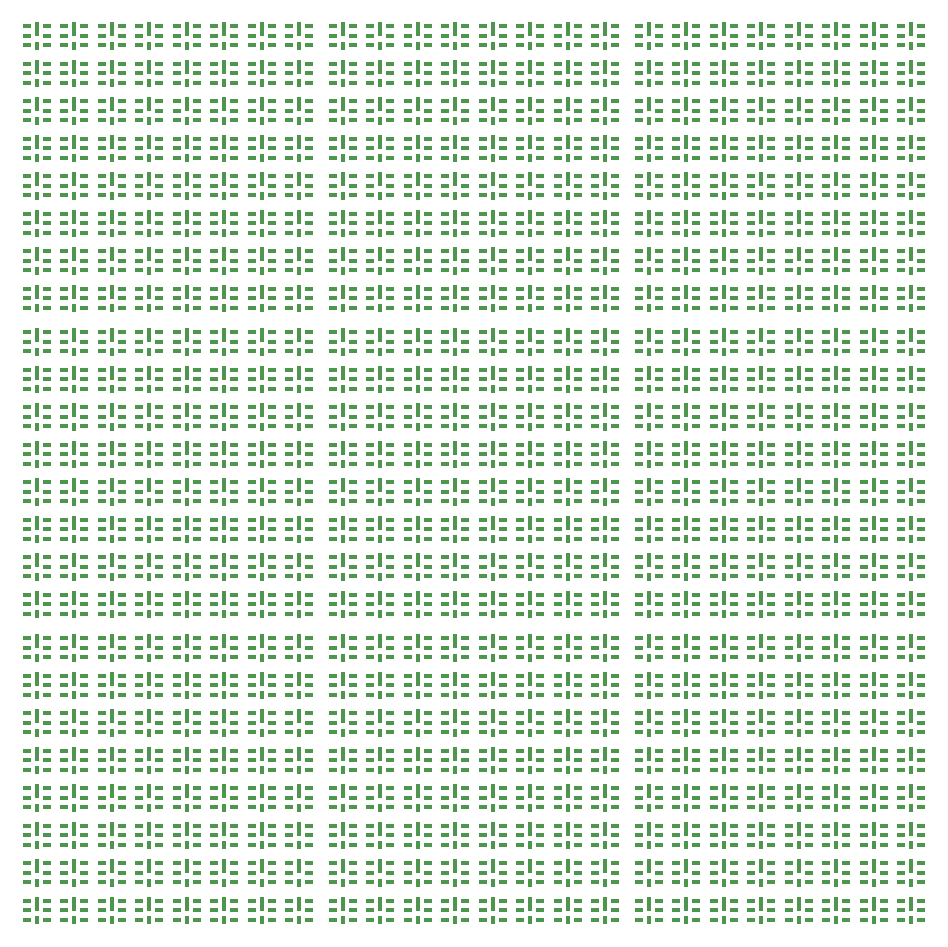
<source format=gtp>
G75*
%MOIN*%
%OFA0B0*%
%FSLAX25Y25*%
%IPPOS*%
%LPD*%
%AMOC8*
5,1,8,0,0,1.08239X$1,22.5*
%
%ADD10R,0.02756X0.01575*%
%ADD11R,0.01575X0.02756*%
%ADD12R,0.01575X0.04724*%
D10*
X0031654Y0031850D03*
X0031654Y0035000D03*
X0031654Y0038150D03*
X0038346Y0038150D03*
X0038346Y0035000D03*
X0038346Y0031850D03*
X0044154Y0031850D03*
X0044154Y0035000D03*
X0044154Y0038150D03*
X0050846Y0038150D03*
X0050846Y0035000D03*
X0050846Y0031850D03*
X0056654Y0031850D03*
X0056654Y0035000D03*
X0056654Y0038150D03*
X0056654Y0044350D03*
X0056654Y0047500D03*
X0056654Y0050650D03*
X0050846Y0050650D03*
X0050846Y0047500D03*
X0050846Y0044350D03*
X0044154Y0044350D03*
X0044154Y0047500D03*
X0044154Y0050650D03*
X0038346Y0050650D03*
X0038346Y0047500D03*
X0038346Y0044350D03*
X0031654Y0044350D03*
X0031654Y0047500D03*
X0031654Y0050650D03*
X0031654Y0056850D03*
X0031654Y0060000D03*
X0031654Y0063150D03*
X0038346Y0063150D03*
X0038346Y0060000D03*
X0038346Y0056850D03*
X0044154Y0056850D03*
X0044154Y0060000D03*
X0044154Y0063150D03*
X0050846Y0063150D03*
X0050846Y0060000D03*
X0050846Y0056850D03*
X0056654Y0056850D03*
X0056654Y0060000D03*
X0056654Y0063150D03*
X0056654Y0069350D03*
X0056654Y0072500D03*
X0056654Y0075650D03*
X0050846Y0075650D03*
X0050846Y0072500D03*
X0050846Y0069350D03*
X0044154Y0069350D03*
X0044154Y0072500D03*
X0044154Y0075650D03*
X0038346Y0075650D03*
X0038346Y0072500D03*
X0038346Y0069350D03*
X0031654Y0069350D03*
X0031654Y0072500D03*
X0031654Y0075650D03*
X0031654Y0081850D03*
X0031654Y0085000D03*
X0031654Y0088150D03*
X0038346Y0088150D03*
X0038346Y0085000D03*
X0038346Y0081850D03*
X0044154Y0081850D03*
X0044154Y0085000D03*
X0044154Y0088150D03*
X0050846Y0088150D03*
X0050846Y0085000D03*
X0050846Y0081850D03*
X0056654Y0081850D03*
X0056654Y0085000D03*
X0056654Y0088150D03*
X0056654Y0094350D03*
X0056654Y0097500D03*
X0056654Y0100650D03*
X0050846Y0100650D03*
X0050846Y0097500D03*
X0050846Y0094350D03*
X0044154Y0094350D03*
X0044154Y0097500D03*
X0044154Y0100650D03*
X0044154Y0106850D03*
X0044154Y0110000D03*
X0044154Y0113150D03*
X0044154Y0119350D03*
X0044154Y0122500D03*
X0044154Y0125650D03*
X0050846Y0125650D03*
X0050846Y0122500D03*
X0050846Y0119350D03*
X0056654Y0119350D03*
X0056654Y0122500D03*
X0056654Y0125650D03*
X0063346Y0125650D03*
X0063346Y0122500D03*
X0063346Y0119350D03*
X0069154Y0119350D03*
X0069154Y0122500D03*
X0069154Y0125650D03*
X0075846Y0125650D03*
X0075846Y0122500D03*
X0075846Y0119350D03*
X0081654Y0119350D03*
X0081654Y0122500D03*
X0081654Y0125650D03*
X0088346Y0125650D03*
X0088346Y0122500D03*
X0088346Y0119350D03*
X0094154Y0119350D03*
X0094154Y0122500D03*
X0094154Y0125650D03*
X0100846Y0125650D03*
X0100846Y0122500D03*
X0100846Y0119350D03*
X0106654Y0119350D03*
X0106654Y0122500D03*
X0106654Y0125650D03*
X0113346Y0125650D03*
X0113346Y0122500D03*
X0113346Y0119350D03*
X0119154Y0119350D03*
X0119154Y0122500D03*
X0119154Y0125650D03*
X0125846Y0125650D03*
X0125846Y0122500D03*
X0125846Y0119350D03*
X0125846Y0113150D03*
X0125846Y0110000D03*
X0125846Y0106850D03*
X0125846Y0100650D03*
X0125846Y0097500D03*
X0125846Y0094350D03*
X0119154Y0094350D03*
X0119154Y0097500D03*
X0119154Y0100650D03*
X0113346Y0100650D03*
X0113346Y0097500D03*
X0113346Y0094350D03*
X0113346Y0088150D03*
X0113346Y0085000D03*
X0113346Y0081850D03*
X0119154Y0081850D03*
X0119154Y0085000D03*
X0119154Y0088150D03*
X0125846Y0088150D03*
X0125846Y0085000D03*
X0125846Y0081850D03*
X0125846Y0075650D03*
X0125846Y0072500D03*
X0125846Y0069350D03*
X0119154Y0069350D03*
X0119154Y0072500D03*
X0119154Y0075650D03*
X0113346Y0075650D03*
X0113346Y0072500D03*
X0113346Y0069350D03*
X0113346Y0063150D03*
X0113346Y0060000D03*
X0113346Y0056850D03*
X0119154Y0056850D03*
X0119154Y0060000D03*
X0119154Y0063150D03*
X0125846Y0063150D03*
X0125846Y0060000D03*
X0125846Y0056850D03*
X0125846Y0050650D03*
X0125846Y0047500D03*
X0125846Y0044350D03*
X0119154Y0044350D03*
X0119154Y0047500D03*
X0119154Y0050650D03*
X0113346Y0050650D03*
X0113346Y0047500D03*
X0113346Y0044350D03*
X0113346Y0038150D03*
X0113346Y0035000D03*
X0113346Y0031850D03*
X0119154Y0031850D03*
X0119154Y0035000D03*
X0119154Y0038150D03*
X0125846Y0038150D03*
X0125846Y0035000D03*
X0125846Y0031850D03*
X0133654Y0031850D03*
X0133654Y0035000D03*
X0133654Y0038150D03*
X0133654Y0044350D03*
X0133654Y0047500D03*
X0133654Y0050650D03*
X0133654Y0056850D03*
X0133654Y0060000D03*
X0133654Y0063150D03*
X0133654Y0069350D03*
X0133654Y0072500D03*
X0133654Y0075650D03*
X0133654Y0081850D03*
X0133654Y0085000D03*
X0133654Y0088150D03*
X0133654Y0094350D03*
X0133654Y0097500D03*
X0133654Y0100650D03*
X0133654Y0106850D03*
X0133654Y0110000D03*
X0133654Y0113150D03*
X0133654Y0119350D03*
X0133654Y0122500D03*
X0133654Y0125650D03*
X0140346Y0125650D03*
X0140346Y0122500D03*
X0140346Y0119350D03*
X0146154Y0119350D03*
X0146154Y0122500D03*
X0146154Y0125650D03*
X0152846Y0125650D03*
X0152846Y0122500D03*
X0152846Y0119350D03*
X0158654Y0119350D03*
X0158654Y0122500D03*
X0158654Y0125650D03*
X0165346Y0125650D03*
X0165346Y0122500D03*
X0165346Y0119350D03*
X0165346Y0113150D03*
X0165346Y0110000D03*
X0165346Y0106850D03*
X0165346Y0100650D03*
X0165346Y0097500D03*
X0165346Y0094350D03*
X0158654Y0094350D03*
X0158654Y0097500D03*
X0158654Y0100650D03*
X0152846Y0100650D03*
X0152846Y0097500D03*
X0152846Y0094350D03*
X0152846Y0088150D03*
X0152846Y0085000D03*
X0152846Y0081850D03*
X0158654Y0081850D03*
X0158654Y0085000D03*
X0158654Y0088150D03*
X0165346Y0088150D03*
X0165346Y0085000D03*
X0165346Y0081850D03*
X0171154Y0081850D03*
X0171154Y0085000D03*
X0171154Y0088150D03*
X0177846Y0088150D03*
X0177846Y0085000D03*
X0177846Y0081850D03*
X0183654Y0081850D03*
X0183654Y0085000D03*
X0183654Y0088150D03*
X0190346Y0088150D03*
X0190346Y0085000D03*
X0190346Y0081850D03*
X0196154Y0081850D03*
X0196154Y0085000D03*
X0196154Y0088150D03*
X0202846Y0088150D03*
X0202846Y0085000D03*
X0202846Y0081850D03*
X0208654Y0081850D03*
X0208654Y0085000D03*
X0208654Y0088150D03*
X0208654Y0094350D03*
X0208654Y0097500D03*
X0208654Y0100650D03*
X0202846Y0100650D03*
X0202846Y0097500D03*
X0202846Y0094350D03*
X0196154Y0094350D03*
X0196154Y0097500D03*
X0196154Y0100650D03*
X0196154Y0106850D03*
X0196154Y0110000D03*
X0196154Y0113150D03*
X0196154Y0119350D03*
X0196154Y0122500D03*
X0196154Y0125650D03*
X0202846Y0125650D03*
X0202846Y0122500D03*
X0202846Y0119350D03*
X0208654Y0119350D03*
X0208654Y0122500D03*
X0208654Y0125650D03*
X0215346Y0125650D03*
X0215346Y0122500D03*
X0215346Y0119350D03*
X0221154Y0119350D03*
X0221154Y0122500D03*
X0221154Y0125650D03*
X0227846Y0125650D03*
X0227846Y0122500D03*
X0227846Y0119350D03*
X0227846Y0113150D03*
X0227846Y0110000D03*
X0227846Y0106850D03*
X0227846Y0100650D03*
X0227846Y0097500D03*
X0227846Y0094350D03*
X0227846Y0088150D03*
X0227846Y0085000D03*
X0227846Y0081850D03*
X0227846Y0075650D03*
X0227846Y0072500D03*
X0227846Y0069350D03*
X0227846Y0063150D03*
X0227846Y0060000D03*
X0227846Y0056850D03*
X0227846Y0050650D03*
X0227846Y0047500D03*
X0227846Y0044350D03*
X0227846Y0038150D03*
X0227846Y0035000D03*
X0227846Y0031850D03*
X0221154Y0031850D03*
X0221154Y0035000D03*
X0221154Y0038150D03*
X0215346Y0038150D03*
X0215346Y0035000D03*
X0215346Y0031850D03*
X0208654Y0031850D03*
X0208654Y0035000D03*
X0208654Y0038150D03*
X0202846Y0038150D03*
X0202846Y0035000D03*
X0202846Y0031850D03*
X0196154Y0031850D03*
X0196154Y0035000D03*
X0196154Y0038150D03*
X0190346Y0038150D03*
X0190346Y0035000D03*
X0190346Y0031850D03*
X0183654Y0031850D03*
X0183654Y0035000D03*
X0183654Y0038150D03*
X0177846Y0038150D03*
X0177846Y0035000D03*
X0177846Y0031850D03*
X0171154Y0031850D03*
X0171154Y0035000D03*
X0171154Y0038150D03*
X0165346Y0038150D03*
X0165346Y0035000D03*
X0165346Y0031850D03*
X0158654Y0031850D03*
X0158654Y0035000D03*
X0158654Y0038150D03*
X0152846Y0038150D03*
X0152846Y0035000D03*
X0152846Y0031850D03*
X0146154Y0031850D03*
X0146154Y0035000D03*
X0146154Y0038150D03*
X0140346Y0038150D03*
X0140346Y0035000D03*
X0140346Y0031850D03*
X0140346Y0044350D03*
X0140346Y0047500D03*
X0140346Y0050650D03*
X0146154Y0050650D03*
X0146154Y0047500D03*
X0146154Y0044350D03*
X0152846Y0044350D03*
X0152846Y0047500D03*
X0152846Y0050650D03*
X0158654Y0050650D03*
X0158654Y0047500D03*
X0158654Y0044350D03*
X0165346Y0044350D03*
X0165346Y0047500D03*
X0165346Y0050650D03*
X0171154Y0050650D03*
X0171154Y0047500D03*
X0171154Y0044350D03*
X0177846Y0044350D03*
X0177846Y0047500D03*
X0177846Y0050650D03*
X0183654Y0050650D03*
X0183654Y0047500D03*
X0183654Y0044350D03*
X0190346Y0044350D03*
X0190346Y0047500D03*
X0190346Y0050650D03*
X0196154Y0050650D03*
X0196154Y0047500D03*
X0196154Y0044350D03*
X0202846Y0044350D03*
X0202846Y0047500D03*
X0202846Y0050650D03*
X0208654Y0050650D03*
X0208654Y0047500D03*
X0208654Y0044350D03*
X0215346Y0044350D03*
X0215346Y0047500D03*
X0215346Y0050650D03*
X0221154Y0050650D03*
X0221154Y0047500D03*
X0221154Y0044350D03*
X0221154Y0056850D03*
X0221154Y0060000D03*
X0221154Y0063150D03*
X0215346Y0063150D03*
X0215346Y0060000D03*
X0215346Y0056850D03*
X0208654Y0056850D03*
X0208654Y0060000D03*
X0208654Y0063150D03*
X0202846Y0063150D03*
X0202846Y0060000D03*
X0202846Y0056850D03*
X0196154Y0056850D03*
X0196154Y0060000D03*
X0196154Y0063150D03*
X0190346Y0063150D03*
X0190346Y0060000D03*
X0190346Y0056850D03*
X0183654Y0056850D03*
X0183654Y0060000D03*
X0183654Y0063150D03*
X0177846Y0063150D03*
X0177846Y0060000D03*
X0177846Y0056850D03*
X0171154Y0056850D03*
X0171154Y0060000D03*
X0171154Y0063150D03*
X0165346Y0063150D03*
X0165346Y0060000D03*
X0165346Y0056850D03*
X0158654Y0056850D03*
X0158654Y0060000D03*
X0158654Y0063150D03*
X0152846Y0063150D03*
X0152846Y0060000D03*
X0152846Y0056850D03*
X0146154Y0056850D03*
X0146154Y0060000D03*
X0146154Y0063150D03*
X0140346Y0063150D03*
X0140346Y0060000D03*
X0140346Y0056850D03*
X0140346Y0069350D03*
X0140346Y0072500D03*
X0140346Y0075650D03*
X0146154Y0075650D03*
X0146154Y0072500D03*
X0146154Y0069350D03*
X0152846Y0069350D03*
X0152846Y0072500D03*
X0152846Y0075650D03*
X0158654Y0075650D03*
X0158654Y0072500D03*
X0158654Y0069350D03*
X0165346Y0069350D03*
X0165346Y0072500D03*
X0165346Y0075650D03*
X0171154Y0075650D03*
X0171154Y0072500D03*
X0171154Y0069350D03*
X0177846Y0069350D03*
X0177846Y0072500D03*
X0177846Y0075650D03*
X0183654Y0075650D03*
X0183654Y0072500D03*
X0183654Y0069350D03*
X0190346Y0069350D03*
X0190346Y0072500D03*
X0190346Y0075650D03*
X0196154Y0075650D03*
X0196154Y0072500D03*
X0196154Y0069350D03*
X0202846Y0069350D03*
X0202846Y0072500D03*
X0202846Y0075650D03*
X0208654Y0075650D03*
X0208654Y0072500D03*
X0208654Y0069350D03*
X0215346Y0069350D03*
X0215346Y0072500D03*
X0215346Y0075650D03*
X0221154Y0075650D03*
X0221154Y0072500D03*
X0221154Y0069350D03*
X0221154Y0081850D03*
X0221154Y0085000D03*
X0221154Y0088150D03*
X0215346Y0088150D03*
X0215346Y0085000D03*
X0215346Y0081850D03*
X0215346Y0094350D03*
X0215346Y0097500D03*
X0215346Y0100650D03*
X0221154Y0100650D03*
X0221154Y0097500D03*
X0221154Y0094350D03*
X0221154Y0106850D03*
X0221154Y0110000D03*
X0221154Y0113150D03*
X0215346Y0113150D03*
X0215346Y0110000D03*
X0215346Y0106850D03*
X0208654Y0106850D03*
X0208654Y0110000D03*
X0208654Y0113150D03*
X0202846Y0113150D03*
X0202846Y0110000D03*
X0202846Y0106850D03*
X0190346Y0106850D03*
X0190346Y0110000D03*
X0190346Y0113150D03*
X0190346Y0119350D03*
X0190346Y0122500D03*
X0190346Y0125650D03*
X0183654Y0125650D03*
X0183654Y0122500D03*
X0183654Y0119350D03*
X0183654Y0113150D03*
X0183654Y0110000D03*
X0183654Y0106850D03*
X0183654Y0100650D03*
X0183654Y0097500D03*
X0183654Y0094350D03*
X0190346Y0094350D03*
X0190346Y0097500D03*
X0190346Y0100650D03*
X0177846Y0100650D03*
X0177846Y0097500D03*
X0177846Y0094350D03*
X0171154Y0094350D03*
X0171154Y0097500D03*
X0171154Y0100650D03*
X0171154Y0106850D03*
X0171154Y0110000D03*
X0171154Y0113150D03*
X0171154Y0119350D03*
X0171154Y0122500D03*
X0171154Y0125650D03*
X0177846Y0125650D03*
X0177846Y0122500D03*
X0177846Y0119350D03*
X0177846Y0113150D03*
X0177846Y0110000D03*
X0177846Y0106850D03*
X0158654Y0106850D03*
X0158654Y0110000D03*
X0158654Y0113150D03*
X0152846Y0113150D03*
X0152846Y0110000D03*
X0152846Y0106850D03*
X0146154Y0106850D03*
X0146154Y0110000D03*
X0146154Y0113150D03*
X0140346Y0113150D03*
X0140346Y0110000D03*
X0140346Y0106850D03*
X0140346Y0100650D03*
X0140346Y0097500D03*
X0140346Y0094350D03*
X0146154Y0094350D03*
X0146154Y0097500D03*
X0146154Y0100650D03*
X0146154Y0088150D03*
X0146154Y0085000D03*
X0146154Y0081850D03*
X0140346Y0081850D03*
X0140346Y0085000D03*
X0140346Y0088150D03*
X0119154Y0106850D03*
X0119154Y0110000D03*
X0119154Y0113150D03*
X0113346Y0113150D03*
X0113346Y0110000D03*
X0113346Y0106850D03*
X0106654Y0106850D03*
X0106654Y0110000D03*
X0106654Y0113150D03*
X0100846Y0113150D03*
X0100846Y0110000D03*
X0100846Y0106850D03*
X0100846Y0100650D03*
X0100846Y0097500D03*
X0100846Y0094350D03*
X0106654Y0094350D03*
X0106654Y0097500D03*
X0106654Y0100650D03*
X0094154Y0100650D03*
X0094154Y0097500D03*
X0094154Y0094350D03*
X0088346Y0094350D03*
X0088346Y0097500D03*
X0088346Y0100650D03*
X0088346Y0106850D03*
X0088346Y0110000D03*
X0088346Y0113150D03*
X0094154Y0113150D03*
X0094154Y0110000D03*
X0094154Y0106850D03*
X0081654Y0106850D03*
X0081654Y0110000D03*
X0081654Y0113150D03*
X0075846Y0113150D03*
X0075846Y0110000D03*
X0075846Y0106850D03*
X0075846Y0100650D03*
X0075846Y0097500D03*
X0075846Y0094350D03*
X0081654Y0094350D03*
X0081654Y0097500D03*
X0081654Y0100650D03*
X0069154Y0100650D03*
X0069154Y0097500D03*
X0069154Y0094350D03*
X0063346Y0094350D03*
X0063346Y0097500D03*
X0063346Y0100650D03*
X0063346Y0106850D03*
X0063346Y0110000D03*
X0063346Y0113150D03*
X0069154Y0113150D03*
X0069154Y0110000D03*
X0069154Y0106850D03*
X0056654Y0106850D03*
X0056654Y0110000D03*
X0056654Y0113150D03*
X0050846Y0113150D03*
X0050846Y0110000D03*
X0050846Y0106850D03*
X0038346Y0106850D03*
X0038346Y0110000D03*
X0038346Y0113150D03*
X0038346Y0119350D03*
X0038346Y0122500D03*
X0038346Y0125650D03*
X0031654Y0125650D03*
X0031654Y0122500D03*
X0031654Y0119350D03*
X0031654Y0113150D03*
X0031654Y0110000D03*
X0031654Y0106850D03*
X0031654Y0100650D03*
X0031654Y0097500D03*
X0031654Y0094350D03*
X0038346Y0094350D03*
X0038346Y0097500D03*
X0038346Y0100650D03*
X0063346Y0088150D03*
X0063346Y0085000D03*
X0063346Y0081850D03*
X0069154Y0081850D03*
X0069154Y0085000D03*
X0069154Y0088150D03*
X0075846Y0088150D03*
X0075846Y0085000D03*
X0075846Y0081850D03*
X0081654Y0081850D03*
X0081654Y0085000D03*
X0081654Y0088150D03*
X0088346Y0088150D03*
X0088346Y0085000D03*
X0088346Y0081850D03*
X0094154Y0081850D03*
X0094154Y0085000D03*
X0094154Y0088150D03*
X0100846Y0088150D03*
X0100846Y0085000D03*
X0100846Y0081850D03*
X0106654Y0081850D03*
X0106654Y0085000D03*
X0106654Y0088150D03*
X0106654Y0075650D03*
X0106654Y0072500D03*
X0106654Y0069350D03*
X0100846Y0069350D03*
X0100846Y0072500D03*
X0100846Y0075650D03*
X0094154Y0075650D03*
X0094154Y0072500D03*
X0094154Y0069350D03*
X0088346Y0069350D03*
X0088346Y0072500D03*
X0088346Y0075650D03*
X0081654Y0075650D03*
X0081654Y0072500D03*
X0081654Y0069350D03*
X0075846Y0069350D03*
X0075846Y0072500D03*
X0075846Y0075650D03*
X0069154Y0075650D03*
X0069154Y0072500D03*
X0069154Y0069350D03*
X0063346Y0069350D03*
X0063346Y0072500D03*
X0063346Y0075650D03*
X0063346Y0063150D03*
X0063346Y0060000D03*
X0063346Y0056850D03*
X0069154Y0056850D03*
X0069154Y0060000D03*
X0069154Y0063150D03*
X0075846Y0063150D03*
X0075846Y0060000D03*
X0075846Y0056850D03*
X0081654Y0056850D03*
X0081654Y0060000D03*
X0081654Y0063150D03*
X0088346Y0063150D03*
X0088346Y0060000D03*
X0088346Y0056850D03*
X0094154Y0056850D03*
X0094154Y0060000D03*
X0094154Y0063150D03*
X0100846Y0063150D03*
X0100846Y0060000D03*
X0100846Y0056850D03*
X0106654Y0056850D03*
X0106654Y0060000D03*
X0106654Y0063150D03*
X0106654Y0050650D03*
X0106654Y0047500D03*
X0106654Y0044350D03*
X0100846Y0044350D03*
X0100846Y0047500D03*
X0100846Y0050650D03*
X0094154Y0050650D03*
X0094154Y0047500D03*
X0094154Y0044350D03*
X0088346Y0044350D03*
X0088346Y0047500D03*
X0088346Y0050650D03*
X0081654Y0050650D03*
X0081654Y0047500D03*
X0081654Y0044350D03*
X0075846Y0044350D03*
X0075846Y0047500D03*
X0075846Y0050650D03*
X0069154Y0050650D03*
X0069154Y0047500D03*
X0069154Y0044350D03*
X0063346Y0044350D03*
X0063346Y0047500D03*
X0063346Y0050650D03*
X0063346Y0038150D03*
X0063346Y0035000D03*
X0063346Y0031850D03*
X0069154Y0031850D03*
X0069154Y0035000D03*
X0069154Y0038150D03*
X0075846Y0038150D03*
X0075846Y0035000D03*
X0075846Y0031850D03*
X0081654Y0031850D03*
X0081654Y0035000D03*
X0081654Y0038150D03*
X0088346Y0038150D03*
X0088346Y0035000D03*
X0088346Y0031850D03*
X0094154Y0031850D03*
X0094154Y0035000D03*
X0094154Y0038150D03*
X0100846Y0038150D03*
X0100846Y0035000D03*
X0100846Y0031850D03*
X0106654Y0031850D03*
X0106654Y0035000D03*
X0106654Y0038150D03*
X0106654Y0133850D03*
X0106654Y0137000D03*
X0106654Y0140150D03*
X0100846Y0140150D03*
X0100846Y0137000D03*
X0100846Y0133850D03*
X0094154Y0133850D03*
X0094154Y0137000D03*
X0094154Y0140150D03*
X0088346Y0140150D03*
X0088346Y0137000D03*
X0088346Y0133850D03*
X0081654Y0133850D03*
X0081654Y0137000D03*
X0081654Y0140150D03*
X0075846Y0140150D03*
X0075846Y0137000D03*
X0075846Y0133850D03*
X0069154Y0133850D03*
X0069154Y0137000D03*
X0069154Y0140150D03*
X0063346Y0140150D03*
X0063346Y0137000D03*
X0063346Y0133850D03*
X0056654Y0133850D03*
X0056654Y0137000D03*
X0056654Y0140150D03*
X0050846Y0140150D03*
X0050846Y0137000D03*
X0050846Y0133850D03*
X0044154Y0133850D03*
X0044154Y0137000D03*
X0044154Y0140150D03*
X0038346Y0140150D03*
X0038346Y0137000D03*
X0038346Y0133850D03*
X0031654Y0133850D03*
X0031654Y0137000D03*
X0031654Y0140150D03*
X0031654Y0146350D03*
X0031654Y0149500D03*
X0031654Y0152650D03*
X0031654Y0158850D03*
X0031654Y0162000D03*
X0031654Y0165150D03*
X0031654Y0171350D03*
X0031654Y0174500D03*
X0031654Y0177650D03*
X0031654Y0183850D03*
X0031654Y0187000D03*
X0031654Y0190150D03*
X0031654Y0196350D03*
X0031654Y0199500D03*
X0031654Y0202650D03*
X0038346Y0202650D03*
X0038346Y0199500D03*
X0038346Y0196350D03*
X0038346Y0190150D03*
X0038346Y0187000D03*
X0038346Y0183850D03*
X0038346Y0177650D03*
X0038346Y0174500D03*
X0038346Y0171350D03*
X0038346Y0165150D03*
X0038346Y0162000D03*
X0038346Y0158850D03*
X0038346Y0152650D03*
X0038346Y0149500D03*
X0038346Y0146350D03*
X0044154Y0146350D03*
X0044154Y0149500D03*
X0044154Y0152650D03*
X0044154Y0158850D03*
X0044154Y0162000D03*
X0044154Y0165150D03*
X0044154Y0171350D03*
X0044154Y0174500D03*
X0044154Y0177650D03*
X0044154Y0183850D03*
X0044154Y0187000D03*
X0044154Y0190150D03*
X0044154Y0196350D03*
X0044154Y0199500D03*
X0044154Y0202650D03*
X0050846Y0202650D03*
X0050846Y0199500D03*
X0050846Y0196350D03*
X0056654Y0196350D03*
X0056654Y0199500D03*
X0056654Y0202650D03*
X0056654Y0208850D03*
X0056654Y0212000D03*
X0056654Y0215150D03*
X0050846Y0215150D03*
X0050846Y0212000D03*
X0050846Y0208850D03*
X0044154Y0208850D03*
X0044154Y0212000D03*
X0044154Y0215150D03*
X0038346Y0215150D03*
X0038346Y0212000D03*
X0038346Y0208850D03*
X0031654Y0208850D03*
X0031654Y0212000D03*
X0031654Y0215150D03*
X0031654Y0221350D03*
X0031654Y0224500D03*
X0031654Y0227650D03*
X0038346Y0227650D03*
X0038346Y0224500D03*
X0038346Y0221350D03*
X0044154Y0221350D03*
X0044154Y0224500D03*
X0044154Y0227650D03*
X0050846Y0227650D03*
X0050846Y0224500D03*
X0050846Y0221350D03*
X0056654Y0221350D03*
X0056654Y0224500D03*
X0056654Y0227650D03*
X0063346Y0227650D03*
X0063346Y0224500D03*
X0063346Y0221350D03*
X0069154Y0221350D03*
X0069154Y0224500D03*
X0069154Y0227650D03*
X0075846Y0227650D03*
X0075846Y0224500D03*
X0075846Y0221350D03*
X0081654Y0221350D03*
X0081654Y0224500D03*
X0081654Y0227650D03*
X0088346Y0227650D03*
X0088346Y0224500D03*
X0088346Y0221350D03*
X0094154Y0221350D03*
X0094154Y0224500D03*
X0094154Y0227650D03*
X0100846Y0227650D03*
X0100846Y0224500D03*
X0100846Y0221350D03*
X0106654Y0221350D03*
X0106654Y0224500D03*
X0106654Y0227650D03*
X0113346Y0227650D03*
X0113346Y0224500D03*
X0113346Y0221350D03*
X0119154Y0221350D03*
X0119154Y0224500D03*
X0119154Y0227650D03*
X0125846Y0227650D03*
X0125846Y0224500D03*
X0125846Y0221350D03*
X0125846Y0215150D03*
X0125846Y0212000D03*
X0125846Y0208850D03*
X0119154Y0208850D03*
X0119154Y0212000D03*
X0119154Y0215150D03*
X0113346Y0215150D03*
X0113346Y0212000D03*
X0113346Y0208850D03*
X0113346Y0202650D03*
X0113346Y0199500D03*
X0113346Y0196350D03*
X0119154Y0196350D03*
X0119154Y0199500D03*
X0119154Y0202650D03*
X0125846Y0202650D03*
X0125846Y0199500D03*
X0125846Y0196350D03*
X0125846Y0190150D03*
X0125846Y0187000D03*
X0125846Y0183850D03*
X0125846Y0177650D03*
X0125846Y0174500D03*
X0125846Y0171350D03*
X0125846Y0165150D03*
X0125846Y0162000D03*
X0125846Y0158850D03*
X0125846Y0152650D03*
X0125846Y0149500D03*
X0125846Y0146350D03*
X0119154Y0146350D03*
X0119154Y0149500D03*
X0119154Y0152650D03*
X0113346Y0152650D03*
X0113346Y0149500D03*
X0113346Y0146350D03*
X0113346Y0140150D03*
X0113346Y0137000D03*
X0113346Y0133850D03*
X0119154Y0133850D03*
X0119154Y0137000D03*
X0119154Y0140150D03*
X0125846Y0140150D03*
X0125846Y0137000D03*
X0125846Y0133850D03*
X0133654Y0133850D03*
X0133654Y0137000D03*
X0133654Y0140150D03*
X0133654Y0146350D03*
X0133654Y0149500D03*
X0133654Y0152650D03*
X0133654Y0158850D03*
X0133654Y0162000D03*
X0133654Y0165150D03*
X0133654Y0171350D03*
X0133654Y0174500D03*
X0133654Y0177650D03*
X0133654Y0183850D03*
X0133654Y0187000D03*
X0133654Y0190150D03*
X0133654Y0196350D03*
X0133654Y0199500D03*
X0133654Y0202650D03*
X0133654Y0208850D03*
X0133654Y0212000D03*
X0133654Y0215150D03*
X0133654Y0221350D03*
X0133654Y0224500D03*
X0133654Y0227650D03*
X0140346Y0227650D03*
X0140346Y0224500D03*
X0140346Y0221350D03*
X0146154Y0221350D03*
X0146154Y0224500D03*
X0146154Y0227650D03*
X0152846Y0227650D03*
X0152846Y0224500D03*
X0152846Y0221350D03*
X0158654Y0221350D03*
X0158654Y0224500D03*
X0158654Y0227650D03*
X0165346Y0227650D03*
X0165346Y0224500D03*
X0165346Y0221350D03*
X0171154Y0221350D03*
X0171154Y0224500D03*
X0171154Y0227650D03*
X0177846Y0227650D03*
X0177846Y0224500D03*
X0177846Y0221350D03*
X0183654Y0221350D03*
X0183654Y0224500D03*
X0183654Y0227650D03*
X0190346Y0227650D03*
X0190346Y0224500D03*
X0190346Y0221350D03*
X0196154Y0221350D03*
X0196154Y0224500D03*
X0196154Y0227650D03*
X0202846Y0227650D03*
X0202846Y0224500D03*
X0202846Y0221350D03*
X0208654Y0221350D03*
X0208654Y0224500D03*
X0208654Y0227650D03*
X0215346Y0227650D03*
X0215346Y0224500D03*
X0215346Y0221350D03*
X0221154Y0221350D03*
X0221154Y0224500D03*
X0221154Y0227650D03*
X0227846Y0227650D03*
X0227846Y0224500D03*
X0227846Y0221350D03*
X0227846Y0215150D03*
X0227846Y0212000D03*
X0227846Y0208850D03*
X0227846Y0202650D03*
X0227846Y0199500D03*
X0227846Y0196350D03*
X0227846Y0190150D03*
X0227846Y0187000D03*
X0227846Y0183850D03*
X0227846Y0177650D03*
X0227846Y0174500D03*
X0227846Y0171350D03*
X0227846Y0165150D03*
X0227846Y0162000D03*
X0227846Y0158850D03*
X0227846Y0152650D03*
X0227846Y0149500D03*
X0227846Y0146350D03*
X0227846Y0140150D03*
X0227846Y0137000D03*
X0227846Y0133850D03*
X0221154Y0133850D03*
X0221154Y0137000D03*
X0221154Y0140150D03*
X0215346Y0140150D03*
X0215346Y0137000D03*
X0215346Y0133850D03*
X0208654Y0133850D03*
X0208654Y0137000D03*
X0208654Y0140150D03*
X0202846Y0140150D03*
X0202846Y0137000D03*
X0202846Y0133850D03*
X0196154Y0133850D03*
X0196154Y0137000D03*
X0196154Y0140150D03*
X0190346Y0140150D03*
X0190346Y0137000D03*
X0190346Y0133850D03*
X0183654Y0133850D03*
X0183654Y0137000D03*
X0183654Y0140150D03*
X0177846Y0140150D03*
X0177846Y0137000D03*
X0177846Y0133850D03*
X0171154Y0133850D03*
X0171154Y0137000D03*
X0171154Y0140150D03*
X0165346Y0140150D03*
X0165346Y0137000D03*
X0165346Y0133850D03*
X0158654Y0133850D03*
X0158654Y0137000D03*
X0158654Y0140150D03*
X0152846Y0140150D03*
X0152846Y0137000D03*
X0152846Y0133850D03*
X0146154Y0133850D03*
X0146154Y0137000D03*
X0146154Y0140150D03*
X0140346Y0140150D03*
X0140346Y0137000D03*
X0140346Y0133850D03*
X0140346Y0146350D03*
X0140346Y0149500D03*
X0140346Y0152650D03*
X0146154Y0152650D03*
X0146154Y0149500D03*
X0146154Y0146350D03*
X0152846Y0146350D03*
X0152846Y0149500D03*
X0152846Y0152650D03*
X0158654Y0152650D03*
X0158654Y0149500D03*
X0158654Y0146350D03*
X0165346Y0146350D03*
X0165346Y0149500D03*
X0165346Y0152650D03*
X0165346Y0158850D03*
X0165346Y0162000D03*
X0165346Y0165150D03*
X0165346Y0171350D03*
X0165346Y0174500D03*
X0165346Y0177650D03*
X0165346Y0183850D03*
X0165346Y0187000D03*
X0165346Y0190150D03*
X0165346Y0196350D03*
X0165346Y0199500D03*
X0165346Y0202650D03*
X0158654Y0202650D03*
X0158654Y0199500D03*
X0158654Y0196350D03*
X0152846Y0196350D03*
X0152846Y0199500D03*
X0152846Y0202650D03*
X0152846Y0208850D03*
X0152846Y0212000D03*
X0152846Y0215150D03*
X0158654Y0215150D03*
X0158654Y0212000D03*
X0158654Y0208850D03*
X0165346Y0208850D03*
X0165346Y0212000D03*
X0165346Y0215150D03*
X0171154Y0215150D03*
X0171154Y0212000D03*
X0171154Y0208850D03*
X0177846Y0208850D03*
X0177846Y0212000D03*
X0177846Y0215150D03*
X0183654Y0215150D03*
X0183654Y0212000D03*
X0183654Y0208850D03*
X0190346Y0208850D03*
X0190346Y0212000D03*
X0190346Y0215150D03*
X0196154Y0215150D03*
X0196154Y0212000D03*
X0196154Y0208850D03*
X0202846Y0208850D03*
X0202846Y0212000D03*
X0202846Y0215150D03*
X0208654Y0215150D03*
X0208654Y0212000D03*
X0208654Y0208850D03*
X0208654Y0202650D03*
X0208654Y0199500D03*
X0208654Y0196350D03*
X0202846Y0196350D03*
X0202846Y0199500D03*
X0202846Y0202650D03*
X0196154Y0202650D03*
X0196154Y0199500D03*
X0196154Y0196350D03*
X0196154Y0190150D03*
X0196154Y0187000D03*
X0196154Y0183850D03*
X0196154Y0177650D03*
X0196154Y0174500D03*
X0196154Y0171350D03*
X0196154Y0165150D03*
X0196154Y0162000D03*
X0196154Y0158850D03*
X0196154Y0152650D03*
X0196154Y0149500D03*
X0196154Y0146350D03*
X0202846Y0146350D03*
X0202846Y0149500D03*
X0202846Y0152650D03*
X0208654Y0152650D03*
X0208654Y0149500D03*
X0208654Y0146350D03*
X0215346Y0146350D03*
X0215346Y0149500D03*
X0215346Y0152650D03*
X0221154Y0152650D03*
X0221154Y0149500D03*
X0221154Y0146350D03*
X0221154Y0158850D03*
X0221154Y0162000D03*
X0221154Y0165150D03*
X0215346Y0165150D03*
X0215346Y0162000D03*
X0215346Y0158850D03*
X0208654Y0158850D03*
X0208654Y0162000D03*
X0208654Y0165150D03*
X0202846Y0165150D03*
X0202846Y0162000D03*
X0202846Y0158850D03*
X0190346Y0158850D03*
X0190346Y0162000D03*
X0190346Y0165150D03*
X0190346Y0171350D03*
X0190346Y0174500D03*
X0190346Y0177650D03*
X0190346Y0183850D03*
X0190346Y0187000D03*
X0190346Y0190150D03*
X0190346Y0196350D03*
X0190346Y0199500D03*
X0190346Y0202650D03*
X0183654Y0202650D03*
X0183654Y0199500D03*
X0183654Y0196350D03*
X0183654Y0190150D03*
X0183654Y0187000D03*
X0183654Y0183850D03*
X0183654Y0177650D03*
X0183654Y0174500D03*
X0183654Y0171350D03*
X0183654Y0165150D03*
X0183654Y0162000D03*
X0183654Y0158850D03*
X0183654Y0152650D03*
X0183654Y0149500D03*
X0183654Y0146350D03*
X0190346Y0146350D03*
X0190346Y0149500D03*
X0190346Y0152650D03*
X0177846Y0152650D03*
X0177846Y0149500D03*
X0177846Y0146350D03*
X0171154Y0146350D03*
X0171154Y0149500D03*
X0171154Y0152650D03*
X0171154Y0158850D03*
X0171154Y0162000D03*
X0171154Y0165150D03*
X0171154Y0171350D03*
X0171154Y0174500D03*
X0171154Y0177650D03*
X0171154Y0183850D03*
X0171154Y0187000D03*
X0171154Y0190150D03*
X0171154Y0196350D03*
X0171154Y0199500D03*
X0171154Y0202650D03*
X0177846Y0202650D03*
X0177846Y0199500D03*
X0177846Y0196350D03*
X0177846Y0190150D03*
X0177846Y0187000D03*
X0177846Y0183850D03*
X0177846Y0177650D03*
X0177846Y0174500D03*
X0177846Y0171350D03*
X0177846Y0165150D03*
X0177846Y0162000D03*
X0177846Y0158850D03*
X0158654Y0158850D03*
X0158654Y0162000D03*
X0158654Y0165150D03*
X0152846Y0165150D03*
X0152846Y0162000D03*
X0152846Y0158850D03*
X0146154Y0158850D03*
X0146154Y0162000D03*
X0146154Y0165150D03*
X0140346Y0165150D03*
X0140346Y0162000D03*
X0140346Y0158850D03*
X0140346Y0171350D03*
X0140346Y0174500D03*
X0140346Y0177650D03*
X0146154Y0177650D03*
X0146154Y0174500D03*
X0146154Y0171350D03*
X0152846Y0171350D03*
X0152846Y0174500D03*
X0152846Y0177650D03*
X0158654Y0177650D03*
X0158654Y0174500D03*
X0158654Y0171350D03*
X0158654Y0183850D03*
X0158654Y0187000D03*
X0158654Y0190150D03*
X0152846Y0190150D03*
X0152846Y0187000D03*
X0152846Y0183850D03*
X0146154Y0183850D03*
X0146154Y0187000D03*
X0146154Y0190150D03*
X0140346Y0190150D03*
X0140346Y0187000D03*
X0140346Y0183850D03*
X0140346Y0196350D03*
X0140346Y0199500D03*
X0140346Y0202650D03*
X0146154Y0202650D03*
X0146154Y0199500D03*
X0146154Y0196350D03*
X0146154Y0208850D03*
X0146154Y0212000D03*
X0146154Y0215150D03*
X0140346Y0215150D03*
X0140346Y0212000D03*
X0140346Y0208850D03*
X0119154Y0190150D03*
X0119154Y0187000D03*
X0119154Y0183850D03*
X0113346Y0183850D03*
X0113346Y0187000D03*
X0113346Y0190150D03*
X0106654Y0190150D03*
X0106654Y0187000D03*
X0106654Y0183850D03*
X0100846Y0183850D03*
X0100846Y0187000D03*
X0100846Y0190150D03*
X0100846Y0196350D03*
X0100846Y0199500D03*
X0100846Y0202650D03*
X0106654Y0202650D03*
X0106654Y0199500D03*
X0106654Y0196350D03*
X0094154Y0196350D03*
X0094154Y0199500D03*
X0094154Y0202650D03*
X0088346Y0202650D03*
X0088346Y0199500D03*
X0088346Y0196350D03*
X0088346Y0190150D03*
X0088346Y0187000D03*
X0088346Y0183850D03*
X0094154Y0183850D03*
X0094154Y0187000D03*
X0094154Y0190150D03*
X0094154Y0177650D03*
X0094154Y0174500D03*
X0094154Y0171350D03*
X0088346Y0171350D03*
X0088346Y0174500D03*
X0088346Y0177650D03*
X0081654Y0177650D03*
X0081654Y0174500D03*
X0081654Y0171350D03*
X0075846Y0171350D03*
X0075846Y0174500D03*
X0075846Y0177650D03*
X0075846Y0183850D03*
X0075846Y0187000D03*
X0075846Y0190150D03*
X0081654Y0190150D03*
X0081654Y0187000D03*
X0081654Y0183850D03*
X0081654Y0196350D03*
X0081654Y0199500D03*
X0081654Y0202650D03*
X0075846Y0202650D03*
X0075846Y0199500D03*
X0075846Y0196350D03*
X0069154Y0196350D03*
X0069154Y0199500D03*
X0069154Y0202650D03*
X0063346Y0202650D03*
X0063346Y0199500D03*
X0063346Y0196350D03*
X0063346Y0190150D03*
X0063346Y0187000D03*
X0063346Y0183850D03*
X0069154Y0183850D03*
X0069154Y0187000D03*
X0069154Y0190150D03*
X0069154Y0177650D03*
X0069154Y0174500D03*
X0069154Y0171350D03*
X0063346Y0171350D03*
X0063346Y0174500D03*
X0063346Y0177650D03*
X0056654Y0177650D03*
X0056654Y0174500D03*
X0056654Y0171350D03*
X0050846Y0171350D03*
X0050846Y0174500D03*
X0050846Y0177650D03*
X0050846Y0183850D03*
X0050846Y0187000D03*
X0050846Y0190150D03*
X0056654Y0190150D03*
X0056654Y0187000D03*
X0056654Y0183850D03*
X0056654Y0165150D03*
X0056654Y0162000D03*
X0056654Y0158850D03*
X0050846Y0158850D03*
X0050846Y0162000D03*
X0050846Y0165150D03*
X0050846Y0152650D03*
X0050846Y0149500D03*
X0050846Y0146350D03*
X0056654Y0146350D03*
X0056654Y0149500D03*
X0056654Y0152650D03*
X0063346Y0152650D03*
X0063346Y0149500D03*
X0063346Y0146350D03*
X0069154Y0146350D03*
X0069154Y0149500D03*
X0069154Y0152650D03*
X0069154Y0158850D03*
X0069154Y0162000D03*
X0069154Y0165150D03*
X0063346Y0165150D03*
X0063346Y0162000D03*
X0063346Y0158850D03*
X0075846Y0158850D03*
X0075846Y0162000D03*
X0075846Y0165150D03*
X0081654Y0165150D03*
X0081654Y0162000D03*
X0081654Y0158850D03*
X0081654Y0152650D03*
X0081654Y0149500D03*
X0081654Y0146350D03*
X0075846Y0146350D03*
X0075846Y0149500D03*
X0075846Y0152650D03*
X0088346Y0152650D03*
X0088346Y0149500D03*
X0088346Y0146350D03*
X0094154Y0146350D03*
X0094154Y0149500D03*
X0094154Y0152650D03*
X0094154Y0158850D03*
X0094154Y0162000D03*
X0094154Y0165150D03*
X0088346Y0165150D03*
X0088346Y0162000D03*
X0088346Y0158850D03*
X0100846Y0158850D03*
X0100846Y0162000D03*
X0100846Y0165150D03*
X0106654Y0165150D03*
X0106654Y0162000D03*
X0106654Y0158850D03*
X0106654Y0152650D03*
X0106654Y0149500D03*
X0106654Y0146350D03*
X0100846Y0146350D03*
X0100846Y0149500D03*
X0100846Y0152650D03*
X0113346Y0158850D03*
X0113346Y0162000D03*
X0113346Y0165150D03*
X0119154Y0165150D03*
X0119154Y0162000D03*
X0119154Y0158850D03*
X0119154Y0171350D03*
X0119154Y0174500D03*
X0119154Y0177650D03*
X0113346Y0177650D03*
X0113346Y0174500D03*
X0113346Y0171350D03*
X0106654Y0171350D03*
X0106654Y0174500D03*
X0106654Y0177650D03*
X0100846Y0177650D03*
X0100846Y0174500D03*
X0100846Y0171350D03*
X0100846Y0208850D03*
X0100846Y0212000D03*
X0100846Y0215150D03*
X0106654Y0215150D03*
X0106654Y0212000D03*
X0106654Y0208850D03*
X0094154Y0208850D03*
X0094154Y0212000D03*
X0094154Y0215150D03*
X0088346Y0215150D03*
X0088346Y0212000D03*
X0088346Y0208850D03*
X0081654Y0208850D03*
X0081654Y0212000D03*
X0081654Y0215150D03*
X0075846Y0215150D03*
X0075846Y0212000D03*
X0075846Y0208850D03*
X0069154Y0208850D03*
X0069154Y0212000D03*
X0069154Y0215150D03*
X0063346Y0215150D03*
X0063346Y0212000D03*
X0063346Y0208850D03*
X0063346Y0235850D03*
X0063346Y0239000D03*
X0063346Y0242150D03*
X0069154Y0242150D03*
X0069154Y0239000D03*
X0069154Y0235850D03*
X0075846Y0235850D03*
X0075846Y0239000D03*
X0075846Y0242150D03*
X0081654Y0242150D03*
X0081654Y0239000D03*
X0081654Y0235850D03*
X0088346Y0235850D03*
X0088346Y0239000D03*
X0088346Y0242150D03*
X0094154Y0242150D03*
X0094154Y0239000D03*
X0094154Y0235850D03*
X0100846Y0235850D03*
X0100846Y0239000D03*
X0100846Y0242150D03*
X0106654Y0242150D03*
X0106654Y0239000D03*
X0106654Y0235850D03*
X0113346Y0235850D03*
X0113346Y0239000D03*
X0113346Y0242150D03*
X0119154Y0242150D03*
X0119154Y0239000D03*
X0119154Y0235850D03*
X0125846Y0235850D03*
X0125846Y0239000D03*
X0125846Y0242150D03*
X0125846Y0248350D03*
X0125846Y0251500D03*
X0125846Y0254650D03*
X0125846Y0260850D03*
X0125846Y0264000D03*
X0125846Y0267150D03*
X0119154Y0267150D03*
X0119154Y0264000D03*
X0119154Y0260850D03*
X0113346Y0260850D03*
X0113346Y0264000D03*
X0113346Y0267150D03*
X0113346Y0273350D03*
X0113346Y0276500D03*
X0113346Y0279650D03*
X0119154Y0279650D03*
X0119154Y0276500D03*
X0119154Y0273350D03*
X0125846Y0273350D03*
X0125846Y0276500D03*
X0125846Y0279650D03*
X0125846Y0285850D03*
X0125846Y0289000D03*
X0125846Y0292150D03*
X0119154Y0292150D03*
X0119154Y0289000D03*
X0119154Y0285850D03*
X0113346Y0285850D03*
X0113346Y0289000D03*
X0113346Y0292150D03*
X0113346Y0298350D03*
X0113346Y0301500D03*
X0113346Y0304650D03*
X0119154Y0304650D03*
X0119154Y0301500D03*
X0119154Y0298350D03*
X0125846Y0298350D03*
X0125846Y0301500D03*
X0125846Y0304650D03*
X0125846Y0310850D03*
X0125846Y0314000D03*
X0125846Y0317150D03*
X0125846Y0323350D03*
X0125846Y0326500D03*
X0125846Y0329650D03*
X0119154Y0329650D03*
X0119154Y0326500D03*
X0119154Y0323350D03*
X0113346Y0323350D03*
X0113346Y0326500D03*
X0113346Y0329650D03*
X0106654Y0329650D03*
X0106654Y0326500D03*
X0106654Y0323350D03*
X0100846Y0323350D03*
X0100846Y0326500D03*
X0100846Y0329650D03*
X0094154Y0329650D03*
X0094154Y0326500D03*
X0094154Y0323350D03*
X0088346Y0323350D03*
X0088346Y0326500D03*
X0088346Y0329650D03*
X0081654Y0329650D03*
X0081654Y0326500D03*
X0081654Y0323350D03*
X0075846Y0323350D03*
X0075846Y0326500D03*
X0075846Y0329650D03*
X0069154Y0329650D03*
X0069154Y0326500D03*
X0069154Y0323350D03*
X0063346Y0323350D03*
X0063346Y0326500D03*
X0063346Y0329650D03*
X0056654Y0329650D03*
X0056654Y0326500D03*
X0056654Y0323350D03*
X0050846Y0323350D03*
X0050846Y0326500D03*
X0050846Y0329650D03*
X0044154Y0329650D03*
X0044154Y0326500D03*
X0044154Y0323350D03*
X0044154Y0317150D03*
X0044154Y0314000D03*
X0044154Y0310850D03*
X0050846Y0310850D03*
X0050846Y0314000D03*
X0050846Y0317150D03*
X0056654Y0317150D03*
X0056654Y0314000D03*
X0056654Y0310850D03*
X0056654Y0304650D03*
X0056654Y0301500D03*
X0056654Y0298350D03*
X0050846Y0298350D03*
X0050846Y0301500D03*
X0050846Y0304650D03*
X0044154Y0304650D03*
X0044154Y0301500D03*
X0044154Y0298350D03*
X0038346Y0298350D03*
X0038346Y0301500D03*
X0038346Y0304650D03*
X0031654Y0304650D03*
X0031654Y0301500D03*
X0031654Y0298350D03*
X0031654Y0292150D03*
X0031654Y0289000D03*
X0031654Y0285850D03*
X0038346Y0285850D03*
X0038346Y0289000D03*
X0038346Y0292150D03*
X0044154Y0292150D03*
X0044154Y0289000D03*
X0044154Y0285850D03*
X0050846Y0285850D03*
X0050846Y0289000D03*
X0050846Y0292150D03*
X0056654Y0292150D03*
X0056654Y0289000D03*
X0056654Y0285850D03*
X0056654Y0279650D03*
X0056654Y0276500D03*
X0056654Y0273350D03*
X0050846Y0273350D03*
X0050846Y0276500D03*
X0050846Y0279650D03*
X0044154Y0279650D03*
X0044154Y0276500D03*
X0044154Y0273350D03*
X0038346Y0273350D03*
X0038346Y0276500D03*
X0038346Y0279650D03*
X0031654Y0279650D03*
X0031654Y0276500D03*
X0031654Y0273350D03*
X0031654Y0267150D03*
X0031654Y0264000D03*
X0031654Y0260850D03*
X0031654Y0254650D03*
X0031654Y0251500D03*
X0031654Y0248350D03*
X0031654Y0242150D03*
X0031654Y0239000D03*
X0031654Y0235850D03*
X0038346Y0235850D03*
X0038346Y0239000D03*
X0038346Y0242150D03*
X0038346Y0248350D03*
X0038346Y0251500D03*
X0038346Y0254650D03*
X0038346Y0260850D03*
X0038346Y0264000D03*
X0038346Y0267150D03*
X0044154Y0267150D03*
X0044154Y0264000D03*
X0044154Y0260850D03*
X0044154Y0254650D03*
X0044154Y0251500D03*
X0044154Y0248350D03*
X0044154Y0242150D03*
X0044154Y0239000D03*
X0044154Y0235850D03*
X0050846Y0235850D03*
X0050846Y0239000D03*
X0050846Y0242150D03*
X0056654Y0242150D03*
X0056654Y0239000D03*
X0056654Y0235850D03*
X0056654Y0248350D03*
X0056654Y0251500D03*
X0056654Y0254650D03*
X0050846Y0254650D03*
X0050846Y0251500D03*
X0050846Y0248350D03*
X0050846Y0260850D03*
X0050846Y0264000D03*
X0050846Y0267150D03*
X0056654Y0267150D03*
X0056654Y0264000D03*
X0056654Y0260850D03*
X0063346Y0260850D03*
X0063346Y0264000D03*
X0063346Y0267150D03*
X0069154Y0267150D03*
X0069154Y0264000D03*
X0069154Y0260850D03*
X0069154Y0254650D03*
X0069154Y0251500D03*
X0069154Y0248350D03*
X0063346Y0248350D03*
X0063346Y0251500D03*
X0063346Y0254650D03*
X0075846Y0254650D03*
X0075846Y0251500D03*
X0075846Y0248350D03*
X0081654Y0248350D03*
X0081654Y0251500D03*
X0081654Y0254650D03*
X0081654Y0260850D03*
X0081654Y0264000D03*
X0081654Y0267150D03*
X0075846Y0267150D03*
X0075846Y0264000D03*
X0075846Y0260850D03*
X0088346Y0260850D03*
X0088346Y0264000D03*
X0088346Y0267150D03*
X0094154Y0267150D03*
X0094154Y0264000D03*
X0094154Y0260850D03*
X0094154Y0254650D03*
X0094154Y0251500D03*
X0094154Y0248350D03*
X0088346Y0248350D03*
X0088346Y0251500D03*
X0088346Y0254650D03*
X0100846Y0254650D03*
X0100846Y0251500D03*
X0100846Y0248350D03*
X0106654Y0248350D03*
X0106654Y0251500D03*
X0106654Y0254650D03*
X0106654Y0260850D03*
X0106654Y0264000D03*
X0106654Y0267150D03*
X0100846Y0267150D03*
X0100846Y0264000D03*
X0100846Y0260850D03*
X0113346Y0254650D03*
X0113346Y0251500D03*
X0113346Y0248350D03*
X0119154Y0248350D03*
X0119154Y0251500D03*
X0119154Y0254650D03*
X0133654Y0254650D03*
X0133654Y0251500D03*
X0133654Y0248350D03*
X0133654Y0242150D03*
X0133654Y0239000D03*
X0133654Y0235850D03*
X0140346Y0235850D03*
X0140346Y0239000D03*
X0140346Y0242150D03*
X0146154Y0242150D03*
X0146154Y0239000D03*
X0146154Y0235850D03*
X0152846Y0235850D03*
X0152846Y0239000D03*
X0152846Y0242150D03*
X0158654Y0242150D03*
X0158654Y0239000D03*
X0158654Y0235850D03*
X0165346Y0235850D03*
X0165346Y0239000D03*
X0165346Y0242150D03*
X0165346Y0248350D03*
X0165346Y0251500D03*
X0165346Y0254650D03*
X0165346Y0260850D03*
X0165346Y0264000D03*
X0165346Y0267150D03*
X0158654Y0267150D03*
X0158654Y0264000D03*
X0158654Y0260850D03*
X0152846Y0260850D03*
X0152846Y0264000D03*
X0152846Y0267150D03*
X0152846Y0273350D03*
X0152846Y0276500D03*
X0152846Y0279650D03*
X0158654Y0279650D03*
X0158654Y0276500D03*
X0158654Y0273350D03*
X0165346Y0273350D03*
X0165346Y0276500D03*
X0165346Y0279650D03*
X0171154Y0279650D03*
X0171154Y0276500D03*
X0171154Y0273350D03*
X0177846Y0273350D03*
X0177846Y0276500D03*
X0177846Y0279650D03*
X0183654Y0279650D03*
X0183654Y0276500D03*
X0183654Y0273350D03*
X0190346Y0273350D03*
X0190346Y0276500D03*
X0190346Y0279650D03*
X0196154Y0279650D03*
X0196154Y0276500D03*
X0196154Y0273350D03*
X0202846Y0273350D03*
X0202846Y0276500D03*
X0202846Y0279650D03*
X0208654Y0279650D03*
X0208654Y0276500D03*
X0208654Y0273350D03*
X0208654Y0267150D03*
X0208654Y0264000D03*
X0208654Y0260850D03*
X0202846Y0260850D03*
X0202846Y0264000D03*
X0202846Y0267150D03*
X0196154Y0267150D03*
X0196154Y0264000D03*
X0196154Y0260850D03*
X0196154Y0254650D03*
X0196154Y0251500D03*
X0196154Y0248350D03*
X0196154Y0242150D03*
X0196154Y0239000D03*
X0196154Y0235850D03*
X0202846Y0235850D03*
X0202846Y0239000D03*
X0202846Y0242150D03*
X0208654Y0242150D03*
X0208654Y0239000D03*
X0208654Y0235850D03*
X0215346Y0235850D03*
X0215346Y0239000D03*
X0215346Y0242150D03*
X0221154Y0242150D03*
X0221154Y0239000D03*
X0221154Y0235850D03*
X0227846Y0235850D03*
X0227846Y0239000D03*
X0227846Y0242150D03*
X0227846Y0248350D03*
X0227846Y0251500D03*
X0227846Y0254650D03*
X0227846Y0260850D03*
X0227846Y0264000D03*
X0227846Y0267150D03*
X0227846Y0273350D03*
X0227846Y0276500D03*
X0227846Y0279650D03*
X0227846Y0285850D03*
X0227846Y0289000D03*
X0227846Y0292150D03*
X0227846Y0298350D03*
X0227846Y0301500D03*
X0227846Y0304650D03*
X0227846Y0310850D03*
X0227846Y0314000D03*
X0227846Y0317150D03*
X0227846Y0323350D03*
X0227846Y0326500D03*
X0227846Y0329650D03*
X0221154Y0329650D03*
X0221154Y0326500D03*
X0221154Y0323350D03*
X0215346Y0323350D03*
X0215346Y0326500D03*
X0215346Y0329650D03*
X0208654Y0329650D03*
X0208654Y0326500D03*
X0208654Y0323350D03*
X0202846Y0323350D03*
X0202846Y0326500D03*
X0202846Y0329650D03*
X0196154Y0329650D03*
X0196154Y0326500D03*
X0196154Y0323350D03*
X0196154Y0317150D03*
X0196154Y0314000D03*
X0196154Y0310850D03*
X0202846Y0310850D03*
X0202846Y0314000D03*
X0202846Y0317150D03*
X0208654Y0317150D03*
X0208654Y0314000D03*
X0208654Y0310850D03*
X0208654Y0304650D03*
X0208654Y0301500D03*
X0208654Y0298350D03*
X0202846Y0298350D03*
X0202846Y0301500D03*
X0202846Y0304650D03*
X0196154Y0304650D03*
X0196154Y0301500D03*
X0196154Y0298350D03*
X0190346Y0298350D03*
X0190346Y0301500D03*
X0190346Y0304650D03*
X0183654Y0304650D03*
X0183654Y0301500D03*
X0183654Y0298350D03*
X0177846Y0298350D03*
X0177846Y0301500D03*
X0177846Y0304650D03*
X0171154Y0304650D03*
X0171154Y0301500D03*
X0171154Y0298350D03*
X0165346Y0298350D03*
X0165346Y0301500D03*
X0165346Y0304650D03*
X0158654Y0304650D03*
X0158654Y0301500D03*
X0158654Y0298350D03*
X0152846Y0298350D03*
X0152846Y0301500D03*
X0152846Y0304650D03*
X0152846Y0310850D03*
X0152846Y0314000D03*
X0152846Y0317150D03*
X0158654Y0317150D03*
X0158654Y0314000D03*
X0158654Y0310850D03*
X0165346Y0310850D03*
X0165346Y0314000D03*
X0165346Y0317150D03*
X0165346Y0323350D03*
X0165346Y0326500D03*
X0165346Y0329650D03*
X0158654Y0329650D03*
X0158654Y0326500D03*
X0158654Y0323350D03*
X0152846Y0323350D03*
X0152846Y0326500D03*
X0152846Y0329650D03*
X0146154Y0329650D03*
X0146154Y0326500D03*
X0146154Y0323350D03*
X0140346Y0323350D03*
X0140346Y0326500D03*
X0140346Y0329650D03*
X0133654Y0329650D03*
X0133654Y0326500D03*
X0133654Y0323350D03*
X0133654Y0317150D03*
X0133654Y0314000D03*
X0133654Y0310850D03*
X0133654Y0304650D03*
X0133654Y0301500D03*
X0133654Y0298350D03*
X0133654Y0292150D03*
X0133654Y0289000D03*
X0133654Y0285850D03*
X0133654Y0279650D03*
X0133654Y0276500D03*
X0133654Y0273350D03*
X0133654Y0267150D03*
X0133654Y0264000D03*
X0133654Y0260850D03*
X0140346Y0260850D03*
X0140346Y0264000D03*
X0140346Y0267150D03*
X0146154Y0267150D03*
X0146154Y0264000D03*
X0146154Y0260850D03*
X0146154Y0254650D03*
X0146154Y0251500D03*
X0146154Y0248350D03*
X0140346Y0248350D03*
X0140346Y0251500D03*
X0140346Y0254650D03*
X0152846Y0254650D03*
X0152846Y0251500D03*
X0152846Y0248350D03*
X0158654Y0248350D03*
X0158654Y0251500D03*
X0158654Y0254650D03*
X0171154Y0254650D03*
X0171154Y0251500D03*
X0171154Y0248350D03*
X0171154Y0242150D03*
X0171154Y0239000D03*
X0171154Y0235850D03*
X0177846Y0235850D03*
X0177846Y0239000D03*
X0177846Y0242150D03*
X0177846Y0248350D03*
X0177846Y0251500D03*
X0177846Y0254650D03*
X0177846Y0260850D03*
X0177846Y0264000D03*
X0177846Y0267150D03*
X0171154Y0267150D03*
X0171154Y0264000D03*
X0171154Y0260850D03*
X0183654Y0260850D03*
X0183654Y0264000D03*
X0183654Y0267150D03*
X0190346Y0267150D03*
X0190346Y0264000D03*
X0190346Y0260850D03*
X0190346Y0254650D03*
X0190346Y0251500D03*
X0190346Y0248350D03*
X0190346Y0242150D03*
X0190346Y0239000D03*
X0190346Y0235850D03*
X0183654Y0235850D03*
X0183654Y0239000D03*
X0183654Y0242150D03*
X0183654Y0248350D03*
X0183654Y0251500D03*
X0183654Y0254650D03*
X0202846Y0254650D03*
X0202846Y0251500D03*
X0202846Y0248350D03*
X0208654Y0248350D03*
X0208654Y0251500D03*
X0208654Y0254650D03*
X0215346Y0254650D03*
X0215346Y0251500D03*
X0215346Y0248350D03*
X0221154Y0248350D03*
X0221154Y0251500D03*
X0221154Y0254650D03*
X0221154Y0260850D03*
X0221154Y0264000D03*
X0221154Y0267150D03*
X0215346Y0267150D03*
X0215346Y0264000D03*
X0215346Y0260850D03*
X0215346Y0273350D03*
X0215346Y0276500D03*
X0215346Y0279650D03*
X0221154Y0279650D03*
X0221154Y0276500D03*
X0221154Y0273350D03*
X0221154Y0285850D03*
X0221154Y0289000D03*
X0221154Y0292150D03*
X0215346Y0292150D03*
X0215346Y0289000D03*
X0215346Y0285850D03*
X0208654Y0285850D03*
X0208654Y0289000D03*
X0208654Y0292150D03*
X0202846Y0292150D03*
X0202846Y0289000D03*
X0202846Y0285850D03*
X0196154Y0285850D03*
X0196154Y0289000D03*
X0196154Y0292150D03*
X0190346Y0292150D03*
X0190346Y0289000D03*
X0190346Y0285850D03*
X0183654Y0285850D03*
X0183654Y0289000D03*
X0183654Y0292150D03*
X0177846Y0292150D03*
X0177846Y0289000D03*
X0177846Y0285850D03*
X0171154Y0285850D03*
X0171154Y0289000D03*
X0171154Y0292150D03*
X0165346Y0292150D03*
X0165346Y0289000D03*
X0165346Y0285850D03*
X0158654Y0285850D03*
X0158654Y0289000D03*
X0158654Y0292150D03*
X0152846Y0292150D03*
X0152846Y0289000D03*
X0152846Y0285850D03*
X0146154Y0285850D03*
X0146154Y0289000D03*
X0146154Y0292150D03*
X0140346Y0292150D03*
X0140346Y0289000D03*
X0140346Y0285850D03*
X0140346Y0279650D03*
X0140346Y0276500D03*
X0140346Y0273350D03*
X0146154Y0273350D03*
X0146154Y0276500D03*
X0146154Y0279650D03*
X0146154Y0298350D03*
X0146154Y0301500D03*
X0146154Y0304650D03*
X0140346Y0304650D03*
X0140346Y0301500D03*
X0140346Y0298350D03*
X0140346Y0310850D03*
X0140346Y0314000D03*
X0140346Y0317150D03*
X0146154Y0317150D03*
X0146154Y0314000D03*
X0146154Y0310850D03*
X0171154Y0310850D03*
X0171154Y0314000D03*
X0171154Y0317150D03*
X0171154Y0323350D03*
X0171154Y0326500D03*
X0171154Y0329650D03*
X0177846Y0329650D03*
X0177846Y0326500D03*
X0177846Y0323350D03*
X0177846Y0317150D03*
X0177846Y0314000D03*
X0177846Y0310850D03*
X0183654Y0310850D03*
X0183654Y0314000D03*
X0183654Y0317150D03*
X0183654Y0323350D03*
X0183654Y0326500D03*
X0183654Y0329650D03*
X0190346Y0329650D03*
X0190346Y0326500D03*
X0190346Y0323350D03*
X0190346Y0317150D03*
X0190346Y0314000D03*
X0190346Y0310850D03*
X0215346Y0310850D03*
X0215346Y0314000D03*
X0215346Y0317150D03*
X0221154Y0317150D03*
X0221154Y0314000D03*
X0221154Y0310850D03*
X0221154Y0304650D03*
X0221154Y0301500D03*
X0221154Y0298350D03*
X0215346Y0298350D03*
X0215346Y0301500D03*
X0215346Y0304650D03*
X0235654Y0304650D03*
X0235654Y0301500D03*
X0235654Y0298350D03*
X0242346Y0298350D03*
X0242346Y0301500D03*
X0242346Y0304650D03*
X0248154Y0304650D03*
X0248154Y0301500D03*
X0248154Y0298350D03*
X0248154Y0292150D03*
X0248154Y0289000D03*
X0248154Y0285850D03*
X0242346Y0285850D03*
X0242346Y0289000D03*
X0242346Y0292150D03*
X0235654Y0292150D03*
X0235654Y0289000D03*
X0235654Y0285850D03*
X0235654Y0279650D03*
X0235654Y0276500D03*
X0235654Y0273350D03*
X0242346Y0273350D03*
X0242346Y0276500D03*
X0242346Y0279650D03*
X0248154Y0279650D03*
X0248154Y0276500D03*
X0248154Y0273350D03*
X0248154Y0267150D03*
X0248154Y0264000D03*
X0248154Y0260850D03*
X0242346Y0260850D03*
X0242346Y0264000D03*
X0242346Y0267150D03*
X0235654Y0267150D03*
X0235654Y0264000D03*
X0235654Y0260850D03*
X0235654Y0254650D03*
X0235654Y0251500D03*
X0235654Y0248350D03*
X0235654Y0242150D03*
X0235654Y0239000D03*
X0235654Y0235850D03*
X0242346Y0235850D03*
X0242346Y0239000D03*
X0242346Y0242150D03*
X0248154Y0242150D03*
X0248154Y0239000D03*
X0248154Y0235850D03*
X0254846Y0235850D03*
X0254846Y0239000D03*
X0254846Y0242150D03*
X0260654Y0242150D03*
X0260654Y0239000D03*
X0260654Y0235850D03*
X0267346Y0235850D03*
X0267346Y0239000D03*
X0267346Y0242150D03*
X0273154Y0242150D03*
X0273154Y0239000D03*
X0273154Y0235850D03*
X0279846Y0235850D03*
X0279846Y0239000D03*
X0279846Y0242150D03*
X0285654Y0242150D03*
X0285654Y0239000D03*
X0285654Y0235850D03*
X0292346Y0235850D03*
X0292346Y0239000D03*
X0292346Y0242150D03*
X0298154Y0242150D03*
X0298154Y0239000D03*
X0298154Y0235850D03*
X0304846Y0235850D03*
X0304846Y0239000D03*
X0304846Y0242150D03*
X0304846Y0248350D03*
X0304846Y0251500D03*
X0304846Y0254650D03*
X0304846Y0260850D03*
X0304846Y0264000D03*
X0304846Y0267150D03*
X0298154Y0267150D03*
X0298154Y0264000D03*
X0298154Y0260850D03*
X0292346Y0260850D03*
X0292346Y0264000D03*
X0292346Y0267150D03*
X0292346Y0273350D03*
X0292346Y0276500D03*
X0292346Y0279650D03*
X0298154Y0279650D03*
X0298154Y0276500D03*
X0298154Y0273350D03*
X0304846Y0273350D03*
X0304846Y0276500D03*
X0304846Y0279650D03*
X0310654Y0279650D03*
X0310654Y0276500D03*
X0310654Y0273350D03*
X0317346Y0273350D03*
X0317346Y0276500D03*
X0317346Y0279650D03*
X0323154Y0279650D03*
X0323154Y0276500D03*
X0323154Y0273350D03*
X0329846Y0273350D03*
X0329846Y0276500D03*
X0329846Y0279650D03*
X0329846Y0285850D03*
X0329846Y0289000D03*
X0329846Y0292150D03*
X0323154Y0292150D03*
X0323154Y0289000D03*
X0323154Y0285850D03*
X0317346Y0285850D03*
X0317346Y0289000D03*
X0317346Y0292150D03*
X0310654Y0292150D03*
X0310654Y0289000D03*
X0310654Y0285850D03*
X0304846Y0285850D03*
X0304846Y0289000D03*
X0304846Y0292150D03*
X0298154Y0292150D03*
X0298154Y0289000D03*
X0298154Y0285850D03*
X0292346Y0285850D03*
X0292346Y0289000D03*
X0292346Y0292150D03*
X0292346Y0298350D03*
X0292346Y0301500D03*
X0292346Y0304650D03*
X0298154Y0304650D03*
X0298154Y0301500D03*
X0298154Y0298350D03*
X0304846Y0298350D03*
X0304846Y0301500D03*
X0304846Y0304650D03*
X0310654Y0304650D03*
X0310654Y0301500D03*
X0310654Y0298350D03*
X0317346Y0298350D03*
X0317346Y0301500D03*
X0317346Y0304650D03*
X0323154Y0304650D03*
X0323154Y0301500D03*
X0323154Y0298350D03*
X0329846Y0298350D03*
X0329846Y0301500D03*
X0329846Y0304650D03*
X0329846Y0310850D03*
X0329846Y0314000D03*
X0329846Y0317150D03*
X0329846Y0323350D03*
X0329846Y0326500D03*
X0329846Y0329650D03*
X0323154Y0329650D03*
X0323154Y0326500D03*
X0323154Y0323350D03*
X0323154Y0317150D03*
X0323154Y0314000D03*
X0323154Y0310850D03*
X0317346Y0310850D03*
X0317346Y0314000D03*
X0317346Y0317150D03*
X0317346Y0323350D03*
X0317346Y0326500D03*
X0317346Y0329650D03*
X0310654Y0329650D03*
X0310654Y0326500D03*
X0310654Y0323350D03*
X0310654Y0317150D03*
X0310654Y0314000D03*
X0310654Y0310850D03*
X0304846Y0310850D03*
X0304846Y0314000D03*
X0304846Y0317150D03*
X0304846Y0323350D03*
X0304846Y0326500D03*
X0304846Y0329650D03*
X0298154Y0329650D03*
X0298154Y0326500D03*
X0298154Y0323350D03*
X0292346Y0323350D03*
X0292346Y0326500D03*
X0292346Y0329650D03*
X0285654Y0329650D03*
X0285654Y0326500D03*
X0285654Y0323350D03*
X0279846Y0323350D03*
X0279846Y0326500D03*
X0279846Y0329650D03*
X0273154Y0329650D03*
X0273154Y0326500D03*
X0273154Y0323350D03*
X0267346Y0323350D03*
X0267346Y0326500D03*
X0267346Y0329650D03*
X0260654Y0329650D03*
X0260654Y0326500D03*
X0260654Y0323350D03*
X0254846Y0323350D03*
X0254846Y0326500D03*
X0254846Y0329650D03*
X0248154Y0329650D03*
X0248154Y0326500D03*
X0248154Y0323350D03*
X0242346Y0323350D03*
X0242346Y0326500D03*
X0242346Y0329650D03*
X0235654Y0329650D03*
X0235654Y0326500D03*
X0235654Y0323350D03*
X0235654Y0317150D03*
X0235654Y0314000D03*
X0235654Y0310850D03*
X0242346Y0310850D03*
X0242346Y0314000D03*
X0242346Y0317150D03*
X0248154Y0317150D03*
X0248154Y0314000D03*
X0248154Y0310850D03*
X0254846Y0310850D03*
X0254846Y0314000D03*
X0254846Y0317150D03*
X0260654Y0317150D03*
X0260654Y0314000D03*
X0260654Y0310850D03*
X0260654Y0304650D03*
X0260654Y0301500D03*
X0260654Y0298350D03*
X0254846Y0298350D03*
X0254846Y0301500D03*
X0254846Y0304650D03*
X0254846Y0292150D03*
X0254846Y0289000D03*
X0254846Y0285850D03*
X0260654Y0285850D03*
X0260654Y0289000D03*
X0260654Y0292150D03*
X0267346Y0292150D03*
X0267346Y0289000D03*
X0267346Y0285850D03*
X0273154Y0285850D03*
X0273154Y0289000D03*
X0273154Y0292150D03*
X0273154Y0298350D03*
X0273154Y0301500D03*
X0273154Y0304650D03*
X0267346Y0304650D03*
X0267346Y0301500D03*
X0267346Y0298350D03*
X0267346Y0310850D03*
X0267346Y0314000D03*
X0267346Y0317150D03*
X0273154Y0317150D03*
X0273154Y0314000D03*
X0273154Y0310850D03*
X0279846Y0310850D03*
X0279846Y0314000D03*
X0279846Y0317150D03*
X0285654Y0317150D03*
X0285654Y0314000D03*
X0285654Y0310850D03*
X0285654Y0304650D03*
X0285654Y0301500D03*
X0285654Y0298350D03*
X0279846Y0298350D03*
X0279846Y0301500D03*
X0279846Y0304650D03*
X0279846Y0292150D03*
X0279846Y0289000D03*
X0279846Y0285850D03*
X0285654Y0285850D03*
X0285654Y0289000D03*
X0285654Y0292150D03*
X0285654Y0279650D03*
X0285654Y0276500D03*
X0285654Y0273350D03*
X0279846Y0273350D03*
X0279846Y0276500D03*
X0279846Y0279650D03*
X0273154Y0279650D03*
X0273154Y0276500D03*
X0273154Y0273350D03*
X0267346Y0273350D03*
X0267346Y0276500D03*
X0267346Y0279650D03*
X0260654Y0279650D03*
X0260654Y0276500D03*
X0260654Y0273350D03*
X0254846Y0273350D03*
X0254846Y0276500D03*
X0254846Y0279650D03*
X0254846Y0267150D03*
X0254846Y0264000D03*
X0254846Y0260850D03*
X0260654Y0260850D03*
X0260654Y0264000D03*
X0260654Y0267150D03*
X0267346Y0267150D03*
X0267346Y0264000D03*
X0267346Y0260850D03*
X0273154Y0260850D03*
X0273154Y0264000D03*
X0273154Y0267150D03*
X0279846Y0267150D03*
X0279846Y0264000D03*
X0279846Y0260850D03*
X0285654Y0260850D03*
X0285654Y0264000D03*
X0285654Y0267150D03*
X0285654Y0254650D03*
X0285654Y0251500D03*
X0285654Y0248350D03*
X0279846Y0248350D03*
X0279846Y0251500D03*
X0279846Y0254650D03*
X0273154Y0254650D03*
X0273154Y0251500D03*
X0273154Y0248350D03*
X0267346Y0248350D03*
X0267346Y0251500D03*
X0267346Y0254650D03*
X0260654Y0254650D03*
X0260654Y0251500D03*
X0260654Y0248350D03*
X0254846Y0248350D03*
X0254846Y0251500D03*
X0254846Y0254650D03*
X0248154Y0254650D03*
X0248154Y0251500D03*
X0248154Y0248350D03*
X0242346Y0248350D03*
X0242346Y0251500D03*
X0242346Y0254650D03*
X0242346Y0227650D03*
X0242346Y0224500D03*
X0242346Y0221350D03*
X0248154Y0221350D03*
X0248154Y0224500D03*
X0248154Y0227650D03*
X0254846Y0227650D03*
X0254846Y0224500D03*
X0254846Y0221350D03*
X0260654Y0221350D03*
X0260654Y0224500D03*
X0260654Y0227650D03*
X0267346Y0227650D03*
X0267346Y0224500D03*
X0267346Y0221350D03*
X0273154Y0221350D03*
X0273154Y0224500D03*
X0273154Y0227650D03*
X0279846Y0227650D03*
X0279846Y0224500D03*
X0279846Y0221350D03*
X0285654Y0221350D03*
X0285654Y0224500D03*
X0285654Y0227650D03*
X0292346Y0227650D03*
X0292346Y0224500D03*
X0292346Y0221350D03*
X0298154Y0221350D03*
X0298154Y0224500D03*
X0298154Y0227650D03*
X0304846Y0227650D03*
X0304846Y0224500D03*
X0304846Y0221350D03*
X0310654Y0221350D03*
X0310654Y0224500D03*
X0310654Y0227650D03*
X0317346Y0227650D03*
X0317346Y0224500D03*
X0317346Y0221350D03*
X0323154Y0221350D03*
X0323154Y0224500D03*
X0323154Y0227650D03*
X0329846Y0227650D03*
X0329846Y0224500D03*
X0329846Y0221350D03*
X0329846Y0215150D03*
X0329846Y0212000D03*
X0329846Y0208850D03*
X0323154Y0208850D03*
X0323154Y0212000D03*
X0323154Y0215150D03*
X0317346Y0215150D03*
X0317346Y0212000D03*
X0317346Y0208850D03*
X0310654Y0208850D03*
X0310654Y0212000D03*
X0310654Y0215150D03*
X0304846Y0215150D03*
X0304846Y0212000D03*
X0304846Y0208850D03*
X0298154Y0208850D03*
X0298154Y0212000D03*
X0298154Y0215150D03*
X0292346Y0215150D03*
X0292346Y0212000D03*
X0292346Y0208850D03*
X0292346Y0202650D03*
X0292346Y0199500D03*
X0292346Y0196350D03*
X0298154Y0196350D03*
X0298154Y0199500D03*
X0298154Y0202650D03*
X0304846Y0202650D03*
X0304846Y0199500D03*
X0304846Y0196350D03*
X0304846Y0190150D03*
X0304846Y0187000D03*
X0304846Y0183850D03*
X0304846Y0177650D03*
X0304846Y0174500D03*
X0304846Y0171350D03*
X0304846Y0165150D03*
X0304846Y0162000D03*
X0304846Y0158850D03*
X0304846Y0152650D03*
X0304846Y0149500D03*
X0304846Y0146350D03*
X0298154Y0146350D03*
X0298154Y0149500D03*
X0298154Y0152650D03*
X0292346Y0152650D03*
X0292346Y0149500D03*
X0292346Y0146350D03*
X0292346Y0140150D03*
X0292346Y0137000D03*
X0292346Y0133850D03*
X0298154Y0133850D03*
X0298154Y0137000D03*
X0298154Y0140150D03*
X0304846Y0140150D03*
X0304846Y0137000D03*
X0304846Y0133850D03*
X0310654Y0133850D03*
X0310654Y0137000D03*
X0310654Y0140150D03*
X0317346Y0140150D03*
X0317346Y0137000D03*
X0317346Y0133850D03*
X0323154Y0133850D03*
X0323154Y0137000D03*
X0323154Y0140150D03*
X0329846Y0140150D03*
X0329846Y0137000D03*
X0329846Y0133850D03*
X0329846Y0125650D03*
X0329846Y0122500D03*
X0329846Y0119350D03*
X0329846Y0113150D03*
X0329846Y0110000D03*
X0329846Y0106850D03*
X0329846Y0100650D03*
X0329846Y0097500D03*
X0329846Y0094350D03*
X0323154Y0094350D03*
X0323154Y0097500D03*
X0323154Y0100650D03*
X0323154Y0106850D03*
X0323154Y0110000D03*
X0323154Y0113150D03*
X0323154Y0119350D03*
X0323154Y0122500D03*
X0323154Y0125650D03*
X0317346Y0125650D03*
X0317346Y0122500D03*
X0317346Y0119350D03*
X0317346Y0113150D03*
X0317346Y0110000D03*
X0317346Y0106850D03*
X0317346Y0100650D03*
X0317346Y0097500D03*
X0317346Y0094350D03*
X0310654Y0094350D03*
X0310654Y0097500D03*
X0310654Y0100650D03*
X0310654Y0106850D03*
X0310654Y0110000D03*
X0310654Y0113150D03*
X0310654Y0119350D03*
X0310654Y0122500D03*
X0310654Y0125650D03*
X0304846Y0125650D03*
X0304846Y0122500D03*
X0304846Y0119350D03*
X0304846Y0113150D03*
X0304846Y0110000D03*
X0304846Y0106850D03*
X0304846Y0100650D03*
X0304846Y0097500D03*
X0304846Y0094350D03*
X0298154Y0094350D03*
X0298154Y0097500D03*
X0298154Y0100650D03*
X0292346Y0100650D03*
X0292346Y0097500D03*
X0292346Y0094350D03*
X0292346Y0088150D03*
X0292346Y0085000D03*
X0292346Y0081850D03*
X0298154Y0081850D03*
X0298154Y0085000D03*
X0298154Y0088150D03*
X0304846Y0088150D03*
X0304846Y0085000D03*
X0304846Y0081850D03*
X0310654Y0081850D03*
X0310654Y0085000D03*
X0310654Y0088150D03*
X0317346Y0088150D03*
X0317346Y0085000D03*
X0317346Y0081850D03*
X0323154Y0081850D03*
X0323154Y0085000D03*
X0323154Y0088150D03*
X0329846Y0088150D03*
X0329846Y0085000D03*
X0329846Y0081850D03*
X0329846Y0075650D03*
X0329846Y0072500D03*
X0329846Y0069350D03*
X0323154Y0069350D03*
X0323154Y0072500D03*
X0323154Y0075650D03*
X0317346Y0075650D03*
X0317346Y0072500D03*
X0317346Y0069350D03*
X0310654Y0069350D03*
X0310654Y0072500D03*
X0310654Y0075650D03*
X0304846Y0075650D03*
X0304846Y0072500D03*
X0304846Y0069350D03*
X0298154Y0069350D03*
X0298154Y0072500D03*
X0298154Y0075650D03*
X0292346Y0075650D03*
X0292346Y0072500D03*
X0292346Y0069350D03*
X0292346Y0063150D03*
X0292346Y0060000D03*
X0292346Y0056850D03*
X0298154Y0056850D03*
X0298154Y0060000D03*
X0298154Y0063150D03*
X0304846Y0063150D03*
X0304846Y0060000D03*
X0304846Y0056850D03*
X0310654Y0056850D03*
X0310654Y0060000D03*
X0310654Y0063150D03*
X0317346Y0063150D03*
X0317346Y0060000D03*
X0317346Y0056850D03*
X0323154Y0056850D03*
X0323154Y0060000D03*
X0323154Y0063150D03*
X0329846Y0063150D03*
X0329846Y0060000D03*
X0329846Y0056850D03*
X0329846Y0050650D03*
X0329846Y0047500D03*
X0329846Y0044350D03*
X0323154Y0044350D03*
X0323154Y0047500D03*
X0323154Y0050650D03*
X0317346Y0050650D03*
X0317346Y0047500D03*
X0317346Y0044350D03*
X0310654Y0044350D03*
X0310654Y0047500D03*
X0310654Y0050650D03*
X0304846Y0050650D03*
X0304846Y0047500D03*
X0304846Y0044350D03*
X0298154Y0044350D03*
X0298154Y0047500D03*
X0298154Y0050650D03*
X0292346Y0050650D03*
X0292346Y0047500D03*
X0292346Y0044350D03*
X0292346Y0038150D03*
X0292346Y0035000D03*
X0292346Y0031850D03*
X0298154Y0031850D03*
X0298154Y0035000D03*
X0298154Y0038150D03*
X0304846Y0038150D03*
X0304846Y0035000D03*
X0304846Y0031850D03*
X0310654Y0031850D03*
X0310654Y0035000D03*
X0310654Y0038150D03*
X0317346Y0038150D03*
X0317346Y0035000D03*
X0317346Y0031850D03*
X0323154Y0031850D03*
X0323154Y0035000D03*
X0323154Y0038150D03*
X0329846Y0038150D03*
X0329846Y0035000D03*
X0329846Y0031850D03*
X0285654Y0031850D03*
X0285654Y0035000D03*
X0285654Y0038150D03*
X0279846Y0038150D03*
X0279846Y0035000D03*
X0279846Y0031850D03*
X0273154Y0031850D03*
X0273154Y0035000D03*
X0273154Y0038150D03*
X0267346Y0038150D03*
X0267346Y0035000D03*
X0267346Y0031850D03*
X0260654Y0031850D03*
X0260654Y0035000D03*
X0260654Y0038150D03*
X0254846Y0038150D03*
X0254846Y0035000D03*
X0254846Y0031850D03*
X0248154Y0031850D03*
X0248154Y0035000D03*
X0248154Y0038150D03*
X0242346Y0038150D03*
X0242346Y0035000D03*
X0242346Y0031850D03*
X0235654Y0031850D03*
X0235654Y0035000D03*
X0235654Y0038150D03*
X0235654Y0044350D03*
X0235654Y0047500D03*
X0235654Y0050650D03*
X0242346Y0050650D03*
X0242346Y0047500D03*
X0242346Y0044350D03*
X0248154Y0044350D03*
X0248154Y0047500D03*
X0248154Y0050650D03*
X0248154Y0056850D03*
X0248154Y0060000D03*
X0248154Y0063150D03*
X0242346Y0063150D03*
X0242346Y0060000D03*
X0242346Y0056850D03*
X0235654Y0056850D03*
X0235654Y0060000D03*
X0235654Y0063150D03*
X0235654Y0069350D03*
X0235654Y0072500D03*
X0235654Y0075650D03*
X0242346Y0075650D03*
X0242346Y0072500D03*
X0242346Y0069350D03*
X0248154Y0069350D03*
X0248154Y0072500D03*
X0248154Y0075650D03*
X0248154Y0081850D03*
X0248154Y0085000D03*
X0248154Y0088150D03*
X0242346Y0088150D03*
X0242346Y0085000D03*
X0242346Y0081850D03*
X0235654Y0081850D03*
X0235654Y0085000D03*
X0235654Y0088150D03*
X0235654Y0094350D03*
X0235654Y0097500D03*
X0235654Y0100650D03*
X0235654Y0106850D03*
X0235654Y0110000D03*
X0235654Y0113150D03*
X0235654Y0119350D03*
X0235654Y0122500D03*
X0235654Y0125650D03*
X0242346Y0125650D03*
X0242346Y0122500D03*
X0242346Y0119350D03*
X0248154Y0119350D03*
X0248154Y0122500D03*
X0248154Y0125650D03*
X0254846Y0125650D03*
X0254846Y0122500D03*
X0254846Y0119350D03*
X0260654Y0119350D03*
X0260654Y0122500D03*
X0260654Y0125650D03*
X0267346Y0125650D03*
X0267346Y0122500D03*
X0267346Y0119350D03*
X0273154Y0119350D03*
X0273154Y0122500D03*
X0273154Y0125650D03*
X0279846Y0125650D03*
X0279846Y0122500D03*
X0279846Y0119350D03*
X0285654Y0119350D03*
X0285654Y0122500D03*
X0285654Y0125650D03*
X0292346Y0125650D03*
X0292346Y0122500D03*
X0292346Y0119350D03*
X0298154Y0119350D03*
X0298154Y0122500D03*
X0298154Y0125650D03*
X0298154Y0113150D03*
X0298154Y0110000D03*
X0298154Y0106850D03*
X0292346Y0106850D03*
X0292346Y0110000D03*
X0292346Y0113150D03*
X0285654Y0113150D03*
X0285654Y0110000D03*
X0285654Y0106850D03*
X0279846Y0106850D03*
X0279846Y0110000D03*
X0279846Y0113150D03*
X0273154Y0113150D03*
X0273154Y0110000D03*
X0273154Y0106850D03*
X0267346Y0106850D03*
X0267346Y0110000D03*
X0267346Y0113150D03*
X0260654Y0113150D03*
X0260654Y0110000D03*
X0260654Y0106850D03*
X0254846Y0106850D03*
X0254846Y0110000D03*
X0254846Y0113150D03*
X0248154Y0113150D03*
X0248154Y0110000D03*
X0248154Y0106850D03*
X0242346Y0106850D03*
X0242346Y0110000D03*
X0242346Y0113150D03*
X0242346Y0100650D03*
X0242346Y0097500D03*
X0242346Y0094350D03*
X0248154Y0094350D03*
X0248154Y0097500D03*
X0248154Y0100650D03*
X0254846Y0100650D03*
X0254846Y0097500D03*
X0254846Y0094350D03*
X0260654Y0094350D03*
X0260654Y0097500D03*
X0260654Y0100650D03*
X0267346Y0100650D03*
X0267346Y0097500D03*
X0267346Y0094350D03*
X0273154Y0094350D03*
X0273154Y0097500D03*
X0273154Y0100650D03*
X0279846Y0100650D03*
X0279846Y0097500D03*
X0279846Y0094350D03*
X0285654Y0094350D03*
X0285654Y0097500D03*
X0285654Y0100650D03*
X0285654Y0088150D03*
X0285654Y0085000D03*
X0285654Y0081850D03*
X0279846Y0081850D03*
X0279846Y0085000D03*
X0279846Y0088150D03*
X0273154Y0088150D03*
X0273154Y0085000D03*
X0273154Y0081850D03*
X0267346Y0081850D03*
X0267346Y0085000D03*
X0267346Y0088150D03*
X0260654Y0088150D03*
X0260654Y0085000D03*
X0260654Y0081850D03*
X0254846Y0081850D03*
X0254846Y0085000D03*
X0254846Y0088150D03*
X0254846Y0075650D03*
X0254846Y0072500D03*
X0254846Y0069350D03*
X0260654Y0069350D03*
X0260654Y0072500D03*
X0260654Y0075650D03*
X0267346Y0075650D03*
X0267346Y0072500D03*
X0267346Y0069350D03*
X0273154Y0069350D03*
X0273154Y0072500D03*
X0273154Y0075650D03*
X0279846Y0075650D03*
X0279846Y0072500D03*
X0279846Y0069350D03*
X0285654Y0069350D03*
X0285654Y0072500D03*
X0285654Y0075650D03*
X0285654Y0063150D03*
X0285654Y0060000D03*
X0285654Y0056850D03*
X0279846Y0056850D03*
X0279846Y0060000D03*
X0279846Y0063150D03*
X0273154Y0063150D03*
X0273154Y0060000D03*
X0273154Y0056850D03*
X0267346Y0056850D03*
X0267346Y0060000D03*
X0267346Y0063150D03*
X0260654Y0063150D03*
X0260654Y0060000D03*
X0260654Y0056850D03*
X0254846Y0056850D03*
X0254846Y0060000D03*
X0254846Y0063150D03*
X0254846Y0050650D03*
X0254846Y0047500D03*
X0254846Y0044350D03*
X0260654Y0044350D03*
X0260654Y0047500D03*
X0260654Y0050650D03*
X0267346Y0050650D03*
X0267346Y0047500D03*
X0267346Y0044350D03*
X0273154Y0044350D03*
X0273154Y0047500D03*
X0273154Y0050650D03*
X0279846Y0050650D03*
X0279846Y0047500D03*
X0279846Y0044350D03*
X0285654Y0044350D03*
X0285654Y0047500D03*
X0285654Y0050650D03*
X0285654Y0133850D03*
X0285654Y0137000D03*
X0285654Y0140150D03*
X0279846Y0140150D03*
X0279846Y0137000D03*
X0279846Y0133850D03*
X0273154Y0133850D03*
X0273154Y0137000D03*
X0273154Y0140150D03*
X0267346Y0140150D03*
X0267346Y0137000D03*
X0267346Y0133850D03*
X0260654Y0133850D03*
X0260654Y0137000D03*
X0260654Y0140150D03*
X0254846Y0140150D03*
X0254846Y0137000D03*
X0254846Y0133850D03*
X0248154Y0133850D03*
X0248154Y0137000D03*
X0248154Y0140150D03*
X0242346Y0140150D03*
X0242346Y0137000D03*
X0242346Y0133850D03*
X0235654Y0133850D03*
X0235654Y0137000D03*
X0235654Y0140150D03*
X0235654Y0146350D03*
X0235654Y0149500D03*
X0235654Y0152650D03*
X0235654Y0158850D03*
X0235654Y0162000D03*
X0235654Y0165150D03*
X0235654Y0171350D03*
X0235654Y0174500D03*
X0235654Y0177650D03*
X0235654Y0183850D03*
X0235654Y0187000D03*
X0235654Y0190150D03*
X0235654Y0196350D03*
X0235654Y0199500D03*
X0235654Y0202650D03*
X0242346Y0202650D03*
X0242346Y0199500D03*
X0242346Y0196350D03*
X0248154Y0196350D03*
X0248154Y0199500D03*
X0248154Y0202650D03*
X0248154Y0208850D03*
X0248154Y0212000D03*
X0248154Y0215150D03*
X0242346Y0215150D03*
X0242346Y0212000D03*
X0242346Y0208850D03*
X0235654Y0208850D03*
X0235654Y0212000D03*
X0235654Y0215150D03*
X0235654Y0221350D03*
X0235654Y0224500D03*
X0235654Y0227650D03*
X0221154Y0215150D03*
X0221154Y0212000D03*
X0221154Y0208850D03*
X0215346Y0208850D03*
X0215346Y0212000D03*
X0215346Y0215150D03*
X0215346Y0202650D03*
X0215346Y0199500D03*
X0215346Y0196350D03*
X0221154Y0196350D03*
X0221154Y0199500D03*
X0221154Y0202650D03*
X0221154Y0190150D03*
X0221154Y0187000D03*
X0221154Y0183850D03*
X0215346Y0183850D03*
X0215346Y0187000D03*
X0215346Y0190150D03*
X0208654Y0190150D03*
X0208654Y0187000D03*
X0208654Y0183850D03*
X0202846Y0183850D03*
X0202846Y0187000D03*
X0202846Y0190150D03*
X0202846Y0177650D03*
X0202846Y0174500D03*
X0202846Y0171350D03*
X0208654Y0171350D03*
X0208654Y0174500D03*
X0208654Y0177650D03*
X0215346Y0177650D03*
X0215346Y0174500D03*
X0215346Y0171350D03*
X0221154Y0171350D03*
X0221154Y0174500D03*
X0221154Y0177650D03*
X0242346Y0177650D03*
X0242346Y0174500D03*
X0242346Y0171350D03*
X0248154Y0171350D03*
X0248154Y0174500D03*
X0248154Y0177650D03*
X0248154Y0183850D03*
X0248154Y0187000D03*
X0248154Y0190150D03*
X0242346Y0190150D03*
X0242346Y0187000D03*
X0242346Y0183850D03*
X0254846Y0183850D03*
X0254846Y0187000D03*
X0254846Y0190150D03*
X0260654Y0190150D03*
X0260654Y0187000D03*
X0260654Y0183850D03*
X0260654Y0177650D03*
X0260654Y0174500D03*
X0260654Y0171350D03*
X0254846Y0171350D03*
X0254846Y0174500D03*
X0254846Y0177650D03*
X0254846Y0165150D03*
X0254846Y0162000D03*
X0254846Y0158850D03*
X0260654Y0158850D03*
X0260654Y0162000D03*
X0260654Y0165150D03*
X0267346Y0165150D03*
X0267346Y0162000D03*
X0267346Y0158850D03*
X0273154Y0158850D03*
X0273154Y0162000D03*
X0273154Y0165150D03*
X0273154Y0171350D03*
X0273154Y0174500D03*
X0273154Y0177650D03*
X0267346Y0177650D03*
X0267346Y0174500D03*
X0267346Y0171350D03*
X0267346Y0183850D03*
X0267346Y0187000D03*
X0267346Y0190150D03*
X0273154Y0190150D03*
X0273154Y0187000D03*
X0273154Y0183850D03*
X0279846Y0183850D03*
X0279846Y0187000D03*
X0279846Y0190150D03*
X0285654Y0190150D03*
X0285654Y0187000D03*
X0285654Y0183850D03*
X0285654Y0177650D03*
X0285654Y0174500D03*
X0285654Y0171350D03*
X0279846Y0171350D03*
X0279846Y0174500D03*
X0279846Y0177650D03*
X0279846Y0165150D03*
X0279846Y0162000D03*
X0279846Y0158850D03*
X0285654Y0158850D03*
X0285654Y0162000D03*
X0285654Y0165150D03*
X0292346Y0165150D03*
X0292346Y0162000D03*
X0292346Y0158850D03*
X0298154Y0158850D03*
X0298154Y0162000D03*
X0298154Y0165150D03*
X0298154Y0171350D03*
X0298154Y0174500D03*
X0298154Y0177650D03*
X0292346Y0177650D03*
X0292346Y0174500D03*
X0292346Y0171350D03*
X0292346Y0183850D03*
X0292346Y0187000D03*
X0292346Y0190150D03*
X0298154Y0190150D03*
X0298154Y0187000D03*
X0298154Y0183850D03*
X0310654Y0183850D03*
X0310654Y0187000D03*
X0310654Y0190150D03*
X0310654Y0196350D03*
X0310654Y0199500D03*
X0310654Y0202650D03*
X0317346Y0202650D03*
X0317346Y0199500D03*
X0317346Y0196350D03*
X0317346Y0190150D03*
X0317346Y0187000D03*
X0317346Y0183850D03*
X0317346Y0177650D03*
X0317346Y0174500D03*
X0317346Y0171350D03*
X0317346Y0165150D03*
X0317346Y0162000D03*
X0317346Y0158850D03*
X0317346Y0152650D03*
X0317346Y0149500D03*
X0317346Y0146350D03*
X0310654Y0146350D03*
X0310654Y0149500D03*
X0310654Y0152650D03*
X0310654Y0158850D03*
X0310654Y0162000D03*
X0310654Y0165150D03*
X0310654Y0171350D03*
X0310654Y0174500D03*
X0310654Y0177650D03*
X0323154Y0177650D03*
X0323154Y0174500D03*
X0323154Y0171350D03*
X0323154Y0165150D03*
X0323154Y0162000D03*
X0323154Y0158850D03*
X0323154Y0152650D03*
X0323154Y0149500D03*
X0323154Y0146350D03*
X0329846Y0146350D03*
X0329846Y0149500D03*
X0329846Y0152650D03*
X0329846Y0158850D03*
X0329846Y0162000D03*
X0329846Y0165150D03*
X0329846Y0171350D03*
X0329846Y0174500D03*
X0329846Y0177650D03*
X0329846Y0183850D03*
X0329846Y0187000D03*
X0329846Y0190150D03*
X0329846Y0196350D03*
X0329846Y0199500D03*
X0329846Y0202650D03*
X0323154Y0202650D03*
X0323154Y0199500D03*
X0323154Y0196350D03*
X0323154Y0190150D03*
X0323154Y0187000D03*
X0323154Y0183850D03*
X0285654Y0196350D03*
X0285654Y0199500D03*
X0285654Y0202650D03*
X0279846Y0202650D03*
X0279846Y0199500D03*
X0279846Y0196350D03*
X0273154Y0196350D03*
X0273154Y0199500D03*
X0273154Y0202650D03*
X0267346Y0202650D03*
X0267346Y0199500D03*
X0267346Y0196350D03*
X0260654Y0196350D03*
X0260654Y0199500D03*
X0260654Y0202650D03*
X0254846Y0202650D03*
X0254846Y0199500D03*
X0254846Y0196350D03*
X0254846Y0208850D03*
X0254846Y0212000D03*
X0254846Y0215150D03*
X0260654Y0215150D03*
X0260654Y0212000D03*
X0260654Y0208850D03*
X0267346Y0208850D03*
X0267346Y0212000D03*
X0267346Y0215150D03*
X0273154Y0215150D03*
X0273154Y0212000D03*
X0273154Y0208850D03*
X0279846Y0208850D03*
X0279846Y0212000D03*
X0279846Y0215150D03*
X0285654Y0215150D03*
X0285654Y0212000D03*
X0285654Y0208850D03*
X0310654Y0235850D03*
X0310654Y0239000D03*
X0310654Y0242150D03*
X0310654Y0248350D03*
X0310654Y0251500D03*
X0310654Y0254650D03*
X0310654Y0260850D03*
X0310654Y0264000D03*
X0310654Y0267150D03*
X0317346Y0267150D03*
X0317346Y0264000D03*
X0317346Y0260850D03*
X0317346Y0254650D03*
X0317346Y0251500D03*
X0317346Y0248350D03*
X0317346Y0242150D03*
X0317346Y0239000D03*
X0317346Y0235850D03*
X0323154Y0235850D03*
X0323154Y0239000D03*
X0323154Y0242150D03*
X0323154Y0248350D03*
X0323154Y0251500D03*
X0323154Y0254650D03*
X0323154Y0260850D03*
X0323154Y0264000D03*
X0323154Y0267150D03*
X0329846Y0267150D03*
X0329846Y0264000D03*
X0329846Y0260850D03*
X0329846Y0254650D03*
X0329846Y0251500D03*
X0329846Y0248350D03*
X0329846Y0242150D03*
X0329846Y0239000D03*
X0329846Y0235850D03*
X0298154Y0248350D03*
X0298154Y0251500D03*
X0298154Y0254650D03*
X0292346Y0254650D03*
X0292346Y0251500D03*
X0292346Y0248350D03*
X0292346Y0310850D03*
X0292346Y0314000D03*
X0292346Y0317150D03*
X0298154Y0317150D03*
X0298154Y0314000D03*
X0298154Y0310850D03*
X0248154Y0165150D03*
X0248154Y0162000D03*
X0248154Y0158850D03*
X0242346Y0158850D03*
X0242346Y0162000D03*
X0242346Y0165150D03*
X0242346Y0152650D03*
X0242346Y0149500D03*
X0242346Y0146350D03*
X0248154Y0146350D03*
X0248154Y0149500D03*
X0248154Y0152650D03*
X0254846Y0152650D03*
X0254846Y0149500D03*
X0254846Y0146350D03*
X0260654Y0146350D03*
X0260654Y0149500D03*
X0260654Y0152650D03*
X0267346Y0152650D03*
X0267346Y0149500D03*
X0267346Y0146350D03*
X0273154Y0146350D03*
X0273154Y0149500D03*
X0273154Y0152650D03*
X0279846Y0152650D03*
X0279846Y0149500D03*
X0279846Y0146350D03*
X0285654Y0146350D03*
X0285654Y0149500D03*
X0285654Y0152650D03*
X0119154Y0310850D03*
X0119154Y0314000D03*
X0119154Y0317150D03*
X0113346Y0317150D03*
X0113346Y0314000D03*
X0113346Y0310850D03*
X0106654Y0310850D03*
X0106654Y0314000D03*
X0106654Y0317150D03*
X0100846Y0317150D03*
X0100846Y0314000D03*
X0100846Y0310850D03*
X0100846Y0304650D03*
X0100846Y0301500D03*
X0100846Y0298350D03*
X0106654Y0298350D03*
X0106654Y0301500D03*
X0106654Y0304650D03*
X0106654Y0292150D03*
X0106654Y0289000D03*
X0106654Y0285850D03*
X0100846Y0285850D03*
X0100846Y0289000D03*
X0100846Y0292150D03*
X0094154Y0292150D03*
X0094154Y0289000D03*
X0094154Y0285850D03*
X0088346Y0285850D03*
X0088346Y0289000D03*
X0088346Y0292150D03*
X0088346Y0298350D03*
X0088346Y0301500D03*
X0088346Y0304650D03*
X0094154Y0304650D03*
X0094154Y0301500D03*
X0094154Y0298350D03*
X0094154Y0310850D03*
X0094154Y0314000D03*
X0094154Y0317150D03*
X0088346Y0317150D03*
X0088346Y0314000D03*
X0088346Y0310850D03*
X0081654Y0310850D03*
X0081654Y0314000D03*
X0081654Y0317150D03*
X0075846Y0317150D03*
X0075846Y0314000D03*
X0075846Y0310850D03*
X0075846Y0304650D03*
X0075846Y0301500D03*
X0075846Y0298350D03*
X0081654Y0298350D03*
X0081654Y0301500D03*
X0081654Y0304650D03*
X0081654Y0292150D03*
X0081654Y0289000D03*
X0081654Y0285850D03*
X0075846Y0285850D03*
X0075846Y0289000D03*
X0075846Y0292150D03*
X0069154Y0292150D03*
X0069154Y0289000D03*
X0069154Y0285850D03*
X0063346Y0285850D03*
X0063346Y0289000D03*
X0063346Y0292150D03*
X0063346Y0298350D03*
X0063346Y0301500D03*
X0063346Y0304650D03*
X0069154Y0304650D03*
X0069154Y0301500D03*
X0069154Y0298350D03*
X0069154Y0310850D03*
X0069154Y0314000D03*
X0069154Y0317150D03*
X0063346Y0317150D03*
X0063346Y0314000D03*
X0063346Y0310850D03*
X0038346Y0310850D03*
X0038346Y0314000D03*
X0038346Y0317150D03*
X0038346Y0323350D03*
X0038346Y0326500D03*
X0038346Y0329650D03*
X0031654Y0329650D03*
X0031654Y0326500D03*
X0031654Y0323350D03*
X0031654Y0317150D03*
X0031654Y0314000D03*
X0031654Y0310850D03*
X0063346Y0279650D03*
X0063346Y0276500D03*
X0063346Y0273350D03*
X0069154Y0273350D03*
X0069154Y0276500D03*
X0069154Y0279650D03*
X0075846Y0279650D03*
X0075846Y0276500D03*
X0075846Y0273350D03*
X0081654Y0273350D03*
X0081654Y0276500D03*
X0081654Y0279650D03*
X0088346Y0279650D03*
X0088346Y0276500D03*
X0088346Y0273350D03*
X0094154Y0273350D03*
X0094154Y0276500D03*
X0094154Y0279650D03*
X0100846Y0279650D03*
X0100846Y0276500D03*
X0100846Y0273350D03*
X0106654Y0273350D03*
X0106654Y0276500D03*
X0106654Y0279650D03*
D11*
X0110000Y0273154D03*
X0110000Y0285654D03*
X0110000Y0298154D03*
X0110000Y0310654D03*
X0110000Y0323154D03*
X0097500Y0323154D03*
X0085000Y0323154D03*
X0072500Y0323154D03*
X0060000Y0323154D03*
X0047500Y0323154D03*
X0035000Y0323154D03*
X0035000Y0310654D03*
X0047500Y0310654D03*
X0060000Y0310654D03*
X0072500Y0310654D03*
X0085000Y0310654D03*
X0097500Y0310654D03*
X0097500Y0298154D03*
X0085000Y0298154D03*
X0072500Y0298154D03*
X0060000Y0298154D03*
X0047500Y0298154D03*
X0035000Y0298154D03*
X0035000Y0285654D03*
X0047500Y0285654D03*
X0060000Y0285654D03*
X0072500Y0285654D03*
X0085000Y0285654D03*
X0097500Y0285654D03*
X0097500Y0273154D03*
X0085000Y0273154D03*
X0072500Y0273154D03*
X0060000Y0273154D03*
X0047500Y0273154D03*
X0035000Y0273154D03*
X0035000Y0260654D03*
X0047500Y0260654D03*
X0060000Y0260654D03*
X0072500Y0260654D03*
X0085000Y0260654D03*
X0097500Y0260654D03*
X0110000Y0260654D03*
X0122500Y0260654D03*
X0122500Y0248154D03*
X0110000Y0248154D03*
X0097500Y0248154D03*
X0085000Y0248154D03*
X0072500Y0248154D03*
X0060000Y0248154D03*
X0047500Y0248154D03*
X0035000Y0248154D03*
X0035000Y0235654D03*
X0047500Y0235654D03*
X0060000Y0235654D03*
X0072500Y0235654D03*
X0085000Y0235654D03*
X0097500Y0235654D03*
X0110000Y0235654D03*
X0122500Y0235654D03*
X0137000Y0235654D03*
X0137000Y0248154D03*
X0137000Y0260654D03*
X0149500Y0260654D03*
X0162000Y0260654D03*
X0174500Y0260654D03*
X0187000Y0260654D03*
X0199500Y0260654D03*
X0212000Y0260654D03*
X0224500Y0260654D03*
X0224500Y0248154D03*
X0212000Y0248154D03*
X0199500Y0248154D03*
X0187000Y0248154D03*
X0174500Y0248154D03*
X0162000Y0248154D03*
X0149500Y0248154D03*
X0149500Y0235654D03*
X0162000Y0235654D03*
X0174500Y0235654D03*
X0187000Y0235654D03*
X0199500Y0235654D03*
X0212000Y0235654D03*
X0224500Y0235654D03*
X0239000Y0235654D03*
X0239000Y0248154D03*
X0239000Y0260654D03*
X0251500Y0260654D03*
X0264000Y0260654D03*
X0276500Y0260654D03*
X0289000Y0260654D03*
X0301500Y0260654D03*
X0314000Y0260654D03*
X0326500Y0260654D03*
X0326500Y0248154D03*
X0314000Y0248154D03*
X0301500Y0248154D03*
X0289000Y0248154D03*
X0276500Y0248154D03*
X0264000Y0248154D03*
X0251500Y0248154D03*
X0251500Y0235654D03*
X0264000Y0235654D03*
X0276500Y0235654D03*
X0289000Y0235654D03*
X0301500Y0235654D03*
X0314000Y0235654D03*
X0326500Y0235654D03*
X0326500Y0221154D03*
X0314000Y0221154D03*
X0301500Y0221154D03*
X0289000Y0221154D03*
X0276500Y0221154D03*
X0264000Y0221154D03*
X0251500Y0221154D03*
X0239000Y0221154D03*
X0224500Y0221154D03*
X0212000Y0221154D03*
X0199500Y0221154D03*
X0187000Y0221154D03*
X0174500Y0221154D03*
X0162000Y0221154D03*
X0149500Y0221154D03*
X0137000Y0221154D03*
X0122500Y0221154D03*
X0110000Y0221154D03*
X0097500Y0221154D03*
X0085000Y0221154D03*
X0072500Y0221154D03*
X0060000Y0221154D03*
X0047500Y0221154D03*
X0035000Y0221154D03*
X0035000Y0208654D03*
X0047500Y0208654D03*
X0060000Y0208654D03*
X0072500Y0208654D03*
X0085000Y0208654D03*
X0097500Y0208654D03*
X0110000Y0208654D03*
X0122500Y0208654D03*
X0122500Y0196154D03*
X0110000Y0196154D03*
X0097500Y0196154D03*
X0085000Y0196154D03*
X0072500Y0196154D03*
X0060000Y0196154D03*
X0047500Y0196154D03*
X0035000Y0196154D03*
X0035000Y0183654D03*
X0047500Y0183654D03*
X0060000Y0183654D03*
X0072500Y0183654D03*
X0085000Y0183654D03*
X0097500Y0183654D03*
X0110000Y0183654D03*
X0122500Y0183654D03*
X0122500Y0171154D03*
X0110000Y0171154D03*
X0097500Y0171154D03*
X0085000Y0171154D03*
X0072500Y0171154D03*
X0060000Y0171154D03*
X0047500Y0171154D03*
X0035000Y0171154D03*
X0035000Y0158654D03*
X0047500Y0158654D03*
X0060000Y0158654D03*
X0072500Y0158654D03*
X0085000Y0158654D03*
X0097500Y0158654D03*
X0110000Y0158654D03*
X0122500Y0158654D03*
X0122500Y0146154D03*
X0110000Y0146154D03*
X0097500Y0146154D03*
X0085000Y0146154D03*
X0072500Y0146154D03*
X0060000Y0146154D03*
X0047500Y0146154D03*
X0035000Y0146154D03*
X0035000Y0133654D03*
X0047500Y0133654D03*
X0060000Y0133654D03*
X0072500Y0133654D03*
X0085000Y0133654D03*
X0097500Y0133654D03*
X0110000Y0133654D03*
X0122500Y0133654D03*
X0137000Y0133654D03*
X0137000Y0146154D03*
X0137000Y0158654D03*
X0137000Y0171154D03*
X0137000Y0183654D03*
X0137000Y0196154D03*
X0137000Y0208654D03*
X0149500Y0208654D03*
X0162000Y0208654D03*
X0174500Y0208654D03*
X0187000Y0208654D03*
X0199500Y0208654D03*
X0212000Y0208654D03*
X0224500Y0208654D03*
X0224500Y0196154D03*
X0212000Y0196154D03*
X0199500Y0196154D03*
X0187000Y0196154D03*
X0174500Y0196154D03*
X0162000Y0196154D03*
X0149500Y0196154D03*
X0149500Y0183654D03*
X0162000Y0183654D03*
X0174500Y0183654D03*
X0187000Y0183654D03*
X0199500Y0183654D03*
X0212000Y0183654D03*
X0224500Y0183654D03*
X0224500Y0171154D03*
X0212000Y0171154D03*
X0199500Y0171154D03*
X0187000Y0171154D03*
X0174500Y0171154D03*
X0162000Y0171154D03*
X0149500Y0171154D03*
X0149500Y0158654D03*
X0162000Y0158654D03*
X0174500Y0158654D03*
X0187000Y0158654D03*
X0199500Y0158654D03*
X0212000Y0158654D03*
X0224500Y0158654D03*
X0224500Y0146154D03*
X0212000Y0146154D03*
X0199500Y0146154D03*
X0187000Y0146154D03*
X0174500Y0146154D03*
X0162000Y0146154D03*
X0149500Y0146154D03*
X0149500Y0133654D03*
X0162000Y0133654D03*
X0174500Y0133654D03*
X0187000Y0133654D03*
X0199500Y0133654D03*
X0212000Y0133654D03*
X0224500Y0133654D03*
X0239000Y0133654D03*
X0239000Y0146154D03*
X0239000Y0158654D03*
X0239000Y0171154D03*
X0239000Y0183654D03*
X0239000Y0196154D03*
X0239000Y0208654D03*
X0251500Y0208654D03*
X0264000Y0208654D03*
X0276500Y0208654D03*
X0289000Y0208654D03*
X0301500Y0208654D03*
X0314000Y0208654D03*
X0326500Y0208654D03*
X0326500Y0196154D03*
X0314000Y0196154D03*
X0301500Y0196154D03*
X0289000Y0196154D03*
X0276500Y0196154D03*
X0264000Y0196154D03*
X0251500Y0196154D03*
X0251500Y0183654D03*
X0264000Y0183654D03*
X0276500Y0183654D03*
X0289000Y0183654D03*
X0301500Y0183654D03*
X0314000Y0183654D03*
X0326500Y0183654D03*
X0326500Y0171154D03*
X0314000Y0171154D03*
X0301500Y0171154D03*
X0289000Y0171154D03*
X0276500Y0171154D03*
X0264000Y0171154D03*
X0251500Y0171154D03*
X0251500Y0158654D03*
X0264000Y0158654D03*
X0276500Y0158654D03*
X0289000Y0158654D03*
X0301500Y0158654D03*
X0314000Y0158654D03*
X0326500Y0158654D03*
X0326500Y0146154D03*
X0314000Y0146154D03*
X0301500Y0146154D03*
X0289000Y0146154D03*
X0276500Y0146154D03*
X0264000Y0146154D03*
X0251500Y0146154D03*
X0251500Y0133654D03*
X0264000Y0133654D03*
X0276500Y0133654D03*
X0289000Y0133654D03*
X0301500Y0133654D03*
X0314000Y0133654D03*
X0326500Y0133654D03*
X0326500Y0119154D03*
X0314000Y0119154D03*
X0301500Y0119154D03*
X0289000Y0119154D03*
X0276500Y0119154D03*
X0264000Y0119154D03*
X0251500Y0119154D03*
X0239000Y0119154D03*
X0239000Y0106654D03*
X0251500Y0106654D03*
X0264000Y0106654D03*
X0276500Y0106654D03*
X0289000Y0106654D03*
X0301500Y0106654D03*
X0314000Y0106654D03*
X0326500Y0106654D03*
X0326500Y0094154D03*
X0314000Y0094154D03*
X0301500Y0094154D03*
X0289000Y0094154D03*
X0276500Y0094154D03*
X0264000Y0094154D03*
X0251500Y0094154D03*
X0239000Y0094154D03*
X0239000Y0081654D03*
X0251500Y0081654D03*
X0264000Y0081654D03*
X0276500Y0081654D03*
X0289000Y0081654D03*
X0301500Y0081654D03*
X0314000Y0081654D03*
X0326500Y0081654D03*
X0326500Y0069154D03*
X0314000Y0069154D03*
X0301500Y0069154D03*
X0289000Y0069154D03*
X0276500Y0069154D03*
X0264000Y0069154D03*
X0251500Y0069154D03*
X0239000Y0069154D03*
X0239000Y0056654D03*
X0251500Y0056654D03*
X0264000Y0056654D03*
X0276500Y0056654D03*
X0289000Y0056654D03*
X0301500Y0056654D03*
X0314000Y0056654D03*
X0326500Y0056654D03*
X0326500Y0044154D03*
X0314000Y0044154D03*
X0301500Y0044154D03*
X0289000Y0044154D03*
X0276500Y0044154D03*
X0264000Y0044154D03*
X0251500Y0044154D03*
X0239000Y0044154D03*
X0224500Y0044154D03*
X0224500Y0056654D03*
X0224500Y0069154D03*
X0224500Y0081654D03*
X0224500Y0094154D03*
X0224500Y0106654D03*
X0224500Y0119154D03*
X0212000Y0119154D03*
X0199500Y0119154D03*
X0187000Y0119154D03*
X0174500Y0119154D03*
X0162000Y0119154D03*
X0149500Y0119154D03*
X0137000Y0119154D03*
X0137000Y0106654D03*
X0149500Y0106654D03*
X0162000Y0106654D03*
X0174500Y0106654D03*
X0187000Y0106654D03*
X0199500Y0106654D03*
X0212000Y0106654D03*
X0212000Y0094154D03*
X0199500Y0094154D03*
X0187000Y0094154D03*
X0174500Y0094154D03*
X0162000Y0094154D03*
X0149500Y0094154D03*
X0137000Y0094154D03*
X0137000Y0081654D03*
X0149500Y0081654D03*
X0162000Y0081654D03*
X0174500Y0081654D03*
X0187000Y0081654D03*
X0199500Y0081654D03*
X0212000Y0081654D03*
X0212000Y0069154D03*
X0199500Y0069154D03*
X0187000Y0069154D03*
X0174500Y0069154D03*
X0162000Y0069154D03*
X0149500Y0069154D03*
X0137000Y0069154D03*
X0137000Y0056654D03*
X0149500Y0056654D03*
X0162000Y0056654D03*
X0174500Y0056654D03*
X0187000Y0056654D03*
X0199500Y0056654D03*
X0212000Y0056654D03*
X0212000Y0044154D03*
X0199500Y0044154D03*
X0187000Y0044154D03*
X0174500Y0044154D03*
X0162000Y0044154D03*
X0149500Y0044154D03*
X0137000Y0044154D03*
X0122500Y0044154D03*
X0122500Y0056654D03*
X0122500Y0069154D03*
X0122500Y0081654D03*
X0122500Y0094154D03*
X0122500Y0106654D03*
X0122500Y0119154D03*
X0110000Y0119154D03*
X0097500Y0119154D03*
X0085000Y0119154D03*
X0072500Y0119154D03*
X0060000Y0119154D03*
X0047500Y0119154D03*
X0035000Y0119154D03*
X0035000Y0106654D03*
X0047500Y0106654D03*
X0060000Y0106654D03*
X0072500Y0106654D03*
X0085000Y0106654D03*
X0097500Y0106654D03*
X0110000Y0106654D03*
X0110000Y0094154D03*
X0097500Y0094154D03*
X0085000Y0094154D03*
X0072500Y0094154D03*
X0060000Y0094154D03*
X0047500Y0094154D03*
X0035000Y0094154D03*
X0035000Y0081654D03*
X0047500Y0081654D03*
X0060000Y0081654D03*
X0072500Y0081654D03*
X0085000Y0081654D03*
X0097500Y0081654D03*
X0110000Y0081654D03*
X0110000Y0069154D03*
X0097500Y0069154D03*
X0085000Y0069154D03*
X0072500Y0069154D03*
X0060000Y0069154D03*
X0047500Y0069154D03*
X0035000Y0069154D03*
X0035000Y0056654D03*
X0047500Y0056654D03*
X0060000Y0056654D03*
X0072500Y0056654D03*
X0085000Y0056654D03*
X0097500Y0056654D03*
X0110000Y0056654D03*
X0110000Y0044154D03*
X0097500Y0044154D03*
X0085000Y0044154D03*
X0072500Y0044154D03*
X0060000Y0044154D03*
X0047500Y0044154D03*
X0035000Y0044154D03*
X0035000Y0031654D03*
X0047500Y0031654D03*
X0060000Y0031654D03*
X0072500Y0031654D03*
X0085000Y0031654D03*
X0097500Y0031654D03*
X0110000Y0031654D03*
X0122500Y0031654D03*
X0137000Y0031654D03*
X0149500Y0031654D03*
X0162000Y0031654D03*
X0174500Y0031654D03*
X0187000Y0031654D03*
X0199500Y0031654D03*
X0212000Y0031654D03*
X0224500Y0031654D03*
X0239000Y0031654D03*
X0251500Y0031654D03*
X0264000Y0031654D03*
X0276500Y0031654D03*
X0289000Y0031654D03*
X0301500Y0031654D03*
X0314000Y0031654D03*
X0326500Y0031654D03*
X0326500Y0273154D03*
X0314000Y0273154D03*
X0314000Y0285654D03*
X0326500Y0285654D03*
X0326500Y0298154D03*
X0314000Y0298154D03*
X0314000Y0310654D03*
X0326500Y0310654D03*
X0326500Y0323154D03*
X0314000Y0323154D03*
X0301500Y0323154D03*
X0289000Y0323154D03*
X0276500Y0323154D03*
X0264000Y0323154D03*
X0251500Y0323154D03*
X0239000Y0323154D03*
X0239000Y0310654D03*
X0251500Y0310654D03*
X0264000Y0310654D03*
X0276500Y0310654D03*
X0289000Y0310654D03*
X0301500Y0310654D03*
X0301500Y0298154D03*
X0289000Y0298154D03*
X0276500Y0298154D03*
X0264000Y0298154D03*
X0251500Y0298154D03*
X0239000Y0298154D03*
X0239000Y0285654D03*
X0251500Y0285654D03*
X0264000Y0285654D03*
X0276500Y0285654D03*
X0289000Y0285654D03*
X0301500Y0285654D03*
X0301500Y0273154D03*
X0289000Y0273154D03*
X0276500Y0273154D03*
X0264000Y0273154D03*
X0251500Y0273154D03*
X0239000Y0273154D03*
X0224500Y0273154D03*
X0224500Y0285654D03*
X0224500Y0298154D03*
X0224500Y0310654D03*
X0224500Y0323154D03*
X0212000Y0323154D03*
X0199500Y0323154D03*
X0187000Y0323154D03*
X0174500Y0323154D03*
X0162000Y0323154D03*
X0149500Y0323154D03*
X0137000Y0323154D03*
X0137000Y0310654D03*
X0149500Y0310654D03*
X0162000Y0310654D03*
X0174500Y0310654D03*
X0187000Y0310654D03*
X0199500Y0310654D03*
X0212000Y0310654D03*
X0212000Y0298154D03*
X0199500Y0298154D03*
X0187000Y0298154D03*
X0174500Y0298154D03*
X0162000Y0298154D03*
X0149500Y0298154D03*
X0137000Y0298154D03*
X0137000Y0285654D03*
X0149500Y0285654D03*
X0162000Y0285654D03*
X0174500Y0285654D03*
X0187000Y0285654D03*
X0199500Y0285654D03*
X0212000Y0285654D03*
X0212000Y0273154D03*
X0199500Y0273154D03*
X0187000Y0273154D03*
X0174500Y0273154D03*
X0162000Y0273154D03*
X0149500Y0273154D03*
X0137000Y0273154D03*
X0122500Y0273154D03*
X0122500Y0285654D03*
X0122500Y0298154D03*
X0122500Y0310654D03*
X0122500Y0323154D03*
D12*
X0122500Y0328665D03*
X0122500Y0316165D03*
X0122500Y0303665D03*
X0122500Y0291165D03*
X0122500Y0278665D03*
X0122500Y0266165D03*
X0122500Y0253665D03*
X0122500Y0241165D03*
X0110000Y0241165D03*
X0097500Y0241165D03*
X0085000Y0241165D03*
X0072500Y0241165D03*
X0060000Y0241165D03*
X0047500Y0241165D03*
X0035000Y0241165D03*
X0035000Y0253665D03*
X0047500Y0253665D03*
X0060000Y0253665D03*
X0072500Y0253665D03*
X0085000Y0253665D03*
X0097500Y0253665D03*
X0110000Y0253665D03*
X0110000Y0266165D03*
X0097500Y0266165D03*
X0085000Y0266165D03*
X0072500Y0266165D03*
X0060000Y0266165D03*
X0047500Y0266165D03*
X0035000Y0266165D03*
X0035000Y0278665D03*
X0047500Y0278665D03*
X0060000Y0278665D03*
X0072500Y0278665D03*
X0085000Y0278665D03*
X0097500Y0278665D03*
X0110000Y0278665D03*
X0110000Y0291165D03*
X0097500Y0291165D03*
X0085000Y0291165D03*
X0072500Y0291165D03*
X0060000Y0291165D03*
X0047500Y0291165D03*
X0035000Y0291165D03*
X0035000Y0303665D03*
X0047500Y0303665D03*
X0060000Y0303665D03*
X0072500Y0303665D03*
X0085000Y0303665D03*
X0097500Y0303665D03*
X0110000Y0303665D03*
X0110000Y0316165D03*
X0097500Y0316165D03*
X0085000Y0316165D03*
X0072500Y0316165D03*
X0060000Y0316165D03*
X0047500Y0316165D03*
X0035000Y0316165D03*
X0035000Y0328665D03*
X0047500Y0328665D03*
X0060000Y0328665D03*
X0072500Y0328665D03*
X0085000Y0328665D03*
X0097500Y0328665D03*
X0110000Y0328665D03*
X0137000Y0328665D03*
X0137000Y0316165D03*
X0137000Y0303665D03*
X0137000Y0291165D03*
X0137000Y0278665D03*
X0137000Y0266165D03*
X0137000Y0253665D03*
X0137000Y0241165D03*
X0149500Y0241165D03*
X0162000Y0241165D03*
X0174500Y0241165D03*
X0187000Y0241165D03*
X0199500Y0241165D03*
X0212000Y0241165D03*
X0224500Y0241165D03*
X0224500Y0253665D03*
X0212000Y0253665D03*
X0199500Y0253665D03*
X0187000Y0253665D03*
X0174500Y0253665D03*
X0162000Y0253665D03*
X0149500Y0253665D03*
X0149500Y0266165D03*
X0162000Y0266165D03*
X0174500Y0266165D03*
X0187000Y0266165D03*
X0199500Y0266165D03*
X0212000Y0266165D03*
X0224500Y0266165D03*
X0224500Y0278665D03*
X0212000Y0278665D03*
X0199500Y0278665D03*
X0187000Y0278665D03*
X0174500Y0278665D03*
X0162000Y0278665D03*
X0149500Y0278665D03*
X0149500Y0291165D03*
X0162000Y0291165D03*
X0174500Y0291165D03*
X0187000Y0291165D03*
X0199500Y0291165D03*
X0212000Y0291165D03*
X0224500Y0291165D03*
X0224500Y0303665D03*
X0212000Y0303665D03*
X0199500Y0303665D03*
X0187000Y0303665D03*
X0174500Y0303665D03*
X0162000Y0303665D03*
X0149500Y0303665D03*
X0149500Y0316165D03*
X0162000Y0316165D03*
X0174500Y0316165D03*
X0187000Y0316165D03*
X0199500Y0316165D03*
X0212000Y0316165D03*
X0224500Y0316165D03*
X0224500Y0328665D03*
X0212000Y0328665D03*
X0199500Y0328665D03*
X0187000Y0328665D03*
X0174500Y0328665D03*
X0162000Y0328665D03*
X0149500Y0328665D03*
X0239000Y0328665D03*
X0239000Y0316165D03*
X0239000Y0303665D03*
X0239000Y0291165D03*
X0239000Y0278665D03*
X0239000Y0266165D03*
X0239000Y0253665D03*
X0239000Y0241165D03*
X0251500Y0241165D03*
X0264000Y0241165D03*
X0276500Y0241165D03*
X0289000Y0241165D03*
X0301500Y0241165D03*
X0314000Y0241165D03*
X0326500Y0241165D03*
X0326500Y0253665D03*
X0314000Y0253665D03*
X0301500Y0253665D03*
X0289000Y0253665D03*
X0276500Y0253665D03*
X0264000Y0253665D03*
X0251500Y0253665D03*
X0251500Y0266165D03*
X0264000Y0266165D03*
X0276500Y0266165D03*
X0289000Y0266165D03*
X0301500Y0266165D03*
X0314000Y0266165D03*
X0326500Y0266165D03*
X0326500Y0278665D03*
X0314000Y0278665D03*
X0301500Y0278665D03*
X0289000Y0278665D03*
X0276500Y0278665D03*
X0264000Y0278665D03*
X0251500Y0278665D03*
X0251500Y0291165D03*
X0264000Y0291165D03*
X0276500Y0291165D03*
X0289000Y0291165D03*
X0301500Y0291165D03*
X0314000Y0291165D03*
X0326500Y0291165D03*
X0326500Y0303665D03*
X0314000Y0303665D03*
X0301500Y0303665D03*
X0289000Y0303665D03*
X0276500Y0303665D03*
X0264000Y0303665D03*
X0251500Y0303665D03*
X0251500Y0316165D03*
X0264000Y0316165D03*
X0276500Y0316165D03*
X0289000Y0316165D03*
X0301500Y0316165D03*
X0314000Y0316165D03*
X0326500Y0316165D03*
X0326500Y0328665D03*
X0314000Y0328665D03*
X0301500Y0328665D03*
X0289000Y0328665D03*
X0276500Y0328665D03*
X0264000Y0328665D03*
X0251500Y0328665D03*
X0251500Y0226665D03*
X0251500Y0214165D03*
X0251500Y0201665D03*
X0251500Y0189165D03*
X0251500Y0176665D03*
X0239000Y0176665D03*
X0239000Y0189165D03*
X0239000Y0201665D03*
X0239000Y0214165D03*
X0239000Y0226665D03*
X0224500Y0226665D03*
X0224500Y0214165D03*
X0224500Y0201665D03*
X0224500Y0189165D03*
X0224500Y0176665D03*
X0212000Y0176665D03*
X0199500Y0176665D03*
X0187000Y0176665D03*
X0174500Y0176665D03*
X0162000Y0176665D03*
X0149500Y0176665D03*
X0137000Y0176665D03*
X0137000Y0189165D03*
X0149500Y0189165D03*
X0162000Y0189165D03*
X0174500Y0189165D03*
X0187000Y0189165D03*
X0199500Y0189165D03*
X0212000Y0189165D03*
X0212000Y0201665D03*
X0199500Y0201665D03*
X0187000Y0201665D03*
X0174500Y0201665D03*
X0162000Y0201665D03*
X0149500Y0201665D03*
X0137000Y0201665D03*
X0137000Y0214165D03*
X0149500Y0214165D03*
X0162000Y0214165D03*
X0174500Y0214165D03*
X0187000Y0214165D03*
X0199500Y0214165D03*
X0212000Y0214165D03*
X0212000Y0226665D03*
X0199500Y0226665D03*
X0187000Y0226665D03*
X0174500Y0226665D03*
X0162000Y0226665D03*
X0149500Y0226665D03*
X0137000Y0226665D03*
X0122500Y0226665D03*
X0122500Y0214165D03*
X0122500Y0201665D03*
X0122500Y0189165D03*
X0122500Y0176665D03*
X0110000Y0176665D03*
X0097500Y0176665D03*
X0085000Y0176665D03*
X0072500Y0176665D03*
X0060000Y0176665D03*
X0047500Y0176665D03*
X0035000Y0176665D03*
X0035000Y0189165D03*
X0047500Y0189165D03*
X0060000Y0189165D03*
X0072500Y0189165D03*
X0085000Y0189165D03*
X0097500Y0189165D03*
X0110000Y0189165D03*
X0110000Y0201665D03*
X0097500Y0201665D03*
X0085000Y0201665D03*
X0072500Y0201665D03*
X0060000Y0201665D03*
X0047500Y0201665D03*
X0035000Y0201665D03*
X0035000Y0214165D03*
X0047500Y0214165D03*
X0060000Y0214165D03*
X0072500Y0214165D03*
X0085000Y0214165D03*
X0097500Y0214165D03*
X0110000Y0214165D03*
X0110000Y0226665D03*
X0097500Y0226665D03*
X0085000Y0226665D03*
X0072500Y0226665D03*
X0060000Y0226665D03*
X0047500Y0226665D03*
X0035000Y0226665D03*
X0035000Y0164165D03*
X0047500Y0164165D03*
X0047500Y0151665D03*
X0035000Y0151665D03*
X0035000Y0139165D03*
X0047500Y0139165D03*
X0060000Y0139165D03*
X0072500Y0139165D03*
X0085000Y0139165D03*
X0097500Y0139165D03*
X0110000Y0139165D03*
X0122500Y0139165D03*
X0122500Y0151665D03*
X0110000Y0151665D03*
X0097500Y0151665D03*
X0085000Y0151665D03*
X0072500Y0151665D03*
X0060000Y0151665D03*
X0060000Y0164165D03*
X0072500Y0164165D03*
X0085000Y0164165D03*
X0097500Y0164165D03*
X0110000Y0164165D03*
X0122500Y0164165D03*
X0137000Y0164165D03*
X0137000Y0151665D03*
X0137000Y0139165D03*
X0149500Y0139165D03*
X0162000Y0139165D03*
X0174500Y0139165D03*
X0187000Y0139165D03*
X0199500Y0139165D03*
X0212000Y0139165D03*
X0224500Y0139165D03*
X0224500Y0151665D03*
X0212000Y0151665D03*
X0199500Y0151665D03*
X0187000Y0151665D03*
X0174500Y0151665D03*
X0162000Y0151665D03*
X0149500Y0151665D03*
X0149500Y0164165D03*
X0162000Y0164165D03*
X0174500Y0164165D03*
X0187000Y0164165D03*
X0199500Y0164165D03*
X0212000Y0164165D03*
X0224500Y0164165D03*
X0239000Y0164165D03*
X0239000Y0151665D03*
X0239000Y0139165D03*
X0251500Y0139165D03*
X0264000Y0139165D03*
X0276500Y0139165D03*
X0289000Y0139165D03*
X0301500Y0139165D03*
X0314000Y0139165D03*
X0326500Y0139165D03*
X0326500Y0151665D03*
X0314000Y0151665D03*
X0301500Y0151665D03*
X0289000Y0151665D03*
X0276500Y0151665D03*
X0264000Y0151665D03*
X0251500Y0151665D03*
X0251500Y0164165D03*
X0264000Y0164165D03*
X0276500Y0164165D03*
X0289000Y0164165D03*
X0301500Y0164165D03*
X0314000Y0164165D03*
X0326500Y0164165D03*
X0326500Y0176665D03*
X0314000Y0176665D03*
X0301500Y0176665D03*
X0289000Y0176665D03*
X0276500Y0176665D03*
X0264000Y0176665D03*
X0264000Y0189165D03*
X0276500Y0189165D03*
X0289000Y0189165D03*
X0301500Y0189165D03*
X0314000Y0189165D03*
X0326500Y0189165D03*
X0326500Y0201665D03*
X0314000Y0201665D03*
X0301500Y0201665D03*
X0289000Y0201665D03*
X0276500Y0201665D03*
X0264000Y0201665D03*
X0264000Y0214165D03*
X0276500Y0214165D03*
X0289000Y0214165D03*
X0301500Y0214165D03*
X0314000Y0214165D03*
X0326500Y0214165D03*
X0326500Y0226665D03*
X0314000Y0226665D03*
X0301500Y0226665D03*
X0289000Y0226665D03*
X0276500Y0226665D03*
X0264000Y0226665D03*
X0264000Y0124665D03*
X0251500Y0124665D03*
X0239000Y0124665D03*
X0224500Y0124665D03*
X0212000Y0124665D03*
X0199500Y0124665D03*
X0187000Y0124665D03*
X0174500Y0124665D03*
X0162000Y0124665D03*
X0149500Y0124665D03*
X0137000Y0124665D03*
X0122500Y0124665D03*
X0110000Y0124665D03*
X0097500Y0124665D03*
X0085000Y0124665D03*
X0072500Y0124665D03*
X0060000Y0124665D03*
X0047500Y0124665D03*
X0035000Y0124665D03*
X0035000Y0112165D03*
X0047500Y0112165D03*
X0047500Y0099665D03*
X0035000Y0099665D03*
X0035000Y0087165D03*
X0047500Y0087165D03*
X0047500Y0074665D03*
X0035000Y0074665D03*
X0035000Y0062165D03*
X0047500Y0062165D03*
X0047500Y0049665D03*
X0035000Y0049665D03*
X0035000Y0037165D03*
X0047500Y0037165D03*
X0060000Y0037165D03*
X0072500Y0037165D03*
X0085000Y0037165D03*
X0097500Y0037165D03*
X0110000Y0037165D03*
X0122500Y0037165D03*
X0122500Y0049665D03*
X0110000Y0049665D03*
X0097500Y0049665D03*
X0085000Y0049665D03*
X0072500Y0049665D03*
X0060000Y0049665D03*
X0060000Y0062165D03*
X0072500Y0062165D03*
X0085000Y0062165D03*
X0097500Y0062165D03*
X0110000Y0062165D03*
X0122500Y0062165D03*
X0122500Y0074665D03*
X0110000Y0074665D03*
X0097500Y0074665D03*
X0085000Y0074665D03*
X0072500Y0074665D03*
X0060000Y0074665D03*
X0060000Y0087165D03*
X0072500Y0087165D03*
X0085000Y0087165D03*
X0097500Y0087165D03*
X0110000Y0087165D03*
X0122500Y0087165D03*
X0122500Y0099665D03*
X0110000Y0099665D03*
X0097500Y0099665D03*
X0085000Y0099665D03*
X0072500Y0099665D03*
X0060000Y0099665D03*
X0060000Y0112165D03*
X0072500Y0112165D03*
X0085000Y0112165D03*
X0097500Y0112165D03*
X0110000Y0112165D03*
X0122500Y0112165D03*
X0137000Y0112165D03*
X0137000Y0099665D03*
X0137000Y0087165D03*
X0137000Y0074665D03*
X0137000Y0062165D03*
X0137000Y0049665D03*
X0137000Y0037165D03*
X0149500Y0037165D03*
X0162000Y0037165D03*
X0174500Y0037165D03*
X0187000Y0037165D03*
X0199500Y0037165D03*
X0212000Y0037165D03*
X0224500Y0037165D03*
X0224500Y0049665D03*
X0212000Y0049665D03*
X0199500Y0049665D03*
X0187000Y0049665D03*
X0174500Y0049665D03*
X0162000Y0049665D03*
X0149500Y0049665D03*
X0149500Y0062165D03*
X0162000Y0062165D03*
X0174500Y0062165D03*
X0187000Y0062165D03*
X0199500Y0062165D03*
X0212000Y0062165D03*
X0224500Y0062165D03*
X0224500Y0074665D03*
X0212000Y0074665D03*
X0199500Y0074665D03*
X0187000Y0074665D03*
X0174500Y0074665D03*
X0162000Y0074665D03*
X0149500Y0074665D03*
X0149500Y0087165D03*
X0162000Y0087165D03*
X0174500Y0087165D03*
X0187000Y0087165D03*
X0199500Y0087165D03*
X0212000Y0087165D03*
X0224500Y0087165D03*
X0224500Y0099665D03*
X0212000Y0099665D03*
X0199500Y0099665D03*
X0187000Y0099665D03*
X0174500Y0099665D03*
X0162000Y0099665D03*
X0149500Y0099665D03*
X0149500Y0112165D03*
X0162000Y0112165D03*
X0174500Y0112165D03*
X0187000Y0112165D03*
X0199500Y0112165D03*
X0212000Y0112165D03*
X0224500Y0112165D03*
X0239000Y0112165D03*
X0239000Y0099665D03*
X0239000Y0087165D03*
X0239000Y0074665D03*
X0239000Y0062165D03*
X0239000Y0049665D03*
X0239000Y0037165D03*
X0251500Y0037165D03*
X0264000Y0037165D03*
X0276500Y0037165D03*
X0289000Y0037165D03*
X0301500Y0037165D03*
X0314000Y0037165D03*
X0326500Y0037165D03*
X0326500Y0049665D03*
X0314000Y0049665D03*
X0301500Y0049665D03*
X0289000Y0049665D03*
X0276500Y0049665D03*
X0264000Y0049665D03*
X0251500Y0049665D03*
X0251500Y0062165D03*
X0264000Y0062165D03*
X0276500Y0062165D03*
X0289000Y0062165D03*
X0301500Y0062165D03*
X0314000Y0062165D03*
X0326500Y0062165D03*
X0326500Y0074665D03*
X0314000Y0074665D03*
X0301500Y0074665D03*
X0289000Y0074665D03*
X0276500Y0074665D03*
X0264000Y0074665D03*
X0251500Y0074665D03*
X0251500Y0087165D03*
X0264000Y0087165D03*
X0276500Y0087165D03*
X0289000Y0087165D03*
X0301500Y0087165D03*
X0314000Y0087165D03*
X0326500Y0087165D03*
X0326500Y0099665D03*
X0314000Y0099665D03*
X0301500Y0099665D03*
X0289000Y0099665D03*
X0276500Y0099665D03*
X0264000Y0099665D03*
X0251500Y0099665D03*
X0251500Y0112165D03*
X0264000Y0112165D03*
X0276500Y0112165D03*
X0289000Y0112165D03*
X0301500Y0112165D03*
X0314000Y0112165D03*
X0326500Y0112165D03*
X0326500Y0124665D03*
X0314000Y0124665D03*
X0301500Y0124665D03*
X0289000Y0124665D03*
X0276500Y0124665D03*
M02*

</source>
